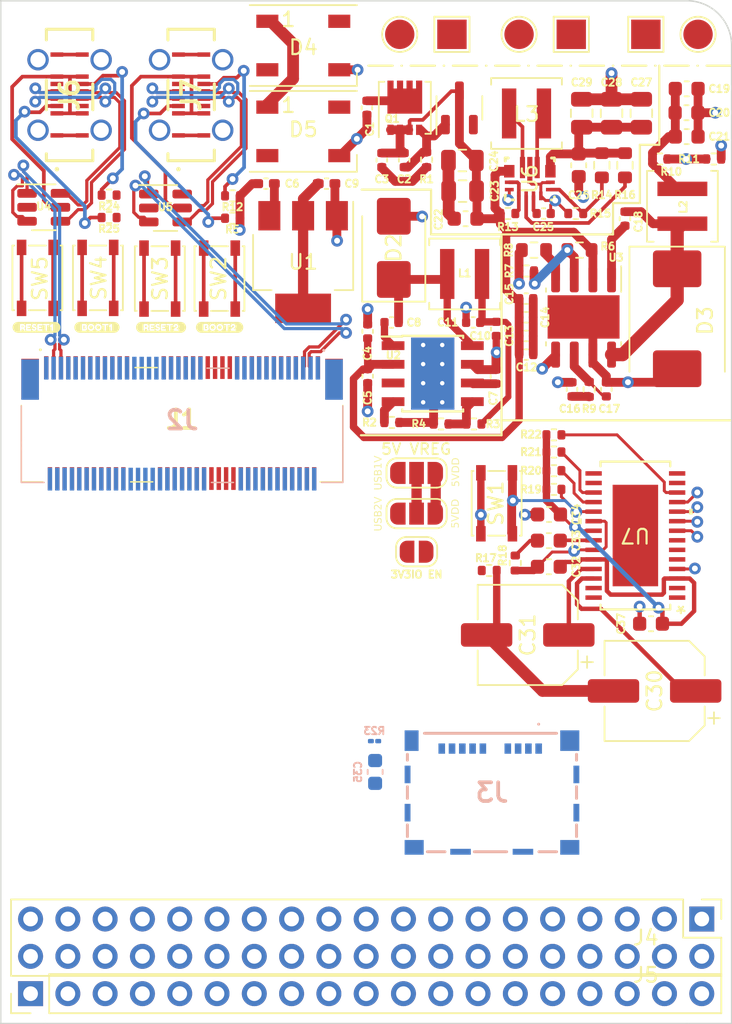
<source format=kicad_pcb>
(kicad_pcb (version 20221018) (generator pcbnew)
  (layers (0 "F.Cu" signal) (1 "In1.Cu" signal) (2 "In2.Cu" signal) (31 "B.Cu" signal) (34 "B.Paste" user) (35 "F.Paste" user) (36 "B.SilkS" user "B.Silkscreen") (37 "F.SilkS" user "F.Silkscreen") (38 "B.Mask" user) (39 "F.Mask" user) (44 "Edge.Cuts" user))
  (net 0 "")
  (net 1 "VCC")
  (net 2 "GND")
  (net 3 "/POWER/15VCC")
  (net 4 "Net-(D1-A)")
  (net 5 "5V_VREG_IN")
  (net 6 "Net-(U2-VCC)")
  (net 7 "Net-(U2-PGND)")
  (net 8 "Net-(D2-K)")
  (net 9 "SOM_FC_3V3")
  (net 10 "SOM_FC_5VDD")
  (net 11 "Net-(C16-Pad1)")
  (net 12 "/POWER/COMP")
  (net 13 "Net-(D3-K)")
  (net 14 "Net-(U3-BOOT)")
  (net 15 "SOM_5V_SERVO")
  (net 16 "/POWER/VAUX")
  (net 17 "SOM_9V_CAMERA")
  (net 18 "Net-(U7-VOUT)")
  (net 19 "Net-(C30-Pad2)")
  (net 20 "Net-(U7-SAG)")
  (net 21 "SOM_IO_3V3")
  (net 22 "/VIDEO/VIN")
  (net 23 "/HEADERS/CON_CAM_VIN")
  (net 25 "SOM1_LED1_DIN")
  (net 27 "SOM2_LED2_DIN")
  (net 28 "SOM1_USB+")
  (net 29 "SOM1_USB-")
  (net 30 "SOM1_SPI0_SCK")
  (net 31 "SOM1_SPI0_MISO")
  (net 32 "SOM1_BOOT")
  (net 33 "SOM1_SPI0_MOSI")
  (net 34 "SOM1_SPI0_CS0")
  (net 35 "SOM1_RESET")
  (net 36 "SOM1_SPI0_CS1")
  (net 37 "/M.2 SOCKET/M2_SWD_SCK")
  (net 38 "SOM1_I2C0_SDA")
  (net 39 "/M.2 SOCKET/M2_SWD_SDIO")
  (net 40 "SOM1_I2C0_SCK")
  (net 41 "SOM1_UART0_RX")
  (net 42 "SOM1_UART0_TX")
  (net 43 "SOM_RC_INPUT")
  (net 44 "SOM_SERVO1")
  (net 45 "/M.2 SOCKET/M2_JTAG_TDI")
  (net 46 "SOM_SERVO2")
  (net 47 "/M.2 SOCKET/M2_JTAG_TDO")
  (net 48 "SOM_SERVO3")
  (net 49 "/M.2 SOCKET/M2_JTAG_TCK")
  (net 50 "SOM_SERVO4")
  (net 51 "/M.2 SOCKET/M2_JTAG_TMS")
  (net 52 "SOM_SERVO5")
  (net 53 "SOM_SERVO6")
  (net 54 "SOM2_UART1_RX")
  (net 55 "SOM_SERVO7")
  (net 56 "SOM2_UART1_TX")
  (net 57 "SOM_SERVO8")
  (net 58 "SOM1_SPI1_CS0")
  (net 59 "SOM2_I2C1_SCK")
  (net 60 "SOM1_SPI1_CS1")
  (net 61 "SOM2_I2C1_SDA")
  (net 62 "SOM1_SPI1_SCK")
  (net 63 "SOM1_SPI1_MISO")
  (net 64 "SOM2_RESET")
  (net 65 "SOM1_SPI1_MOSI")
  (net 66 "SOM2_BOOT")
  (net 67 "SOM2_USB-")
  (net 68 "SOM2_USB+")
  (net 72 "/HEADERS/CON_VTX_VOUT")
  (net 73 "SOM1_USB_VBUS")
  (net 74 "Net-(J6-CC1)")
  (net 75 "ESD_USB0_DP")
  (net 76 "ESD_USB0_DN")
  (net 78 "Net-(J6-CC2)")
  (net 80 "SOM2_USB_VBUS")
  (net 81 "Net-(J7-CC1)")
  (net 82 "ESD_USB1_DP")
  (net 83 "ESD_USB1_DN")
  (net 85 "Net-(J7-CC2)")
  (net 87 "Net-(U6-L1)")
  (net 88 "Net-(U6-L2)")
  (net 89 "Net-(U2-PG)")
  (net 90 "FB")
  (net 91 "Net-(U3-EN)")
  (net 92 "Net-(U3-RT{slash}CLK)")
  (net 93 "Net-(U6-EN)")
  (net 94 "Net-(U6-FB)")
  (net 95 "Net-(U6-PG)")
  (net 96 "/VIDEO/~RESET")
  (net 97 "/VIDEO/~HSYNC")
  (net 98 "/VIDEO/~VSYNC")
  (net 99 "/VIDEO/LOS")
  (net 100 "Net-(JP4-C)")
  (net 101 "Net-(JP6-C)")
  (net 102 "Net-(JP5-C)")
  (net 103 "Net-(JP7-C)")
  (net 107 "Net-(U7-CLKIN)")
  (net 108 "Net-(U7-XFB)")
  (footprint "Capacitor_SMD:C_0805_2012Metric" (layer "F.Cu") (at 134.5692 66.5836 90)
    (fp_text reference "C29")
    (fp_text value "22uF" hide)
  )
  (footprint "Package_TO_SOT_SMD:SOT-23-6" (layer "F.Cu") (at 97.9265 72.9832)
    (fp_text reference "U4")
    (fp_text value "USBLC6-2SC6" hide)
  )
  (footprint "Resistor_SMD:R_0402_1005Metric" (layer "F.Cu") (at 134.1628 73.406 180)
    (fp_text reference "R15")
    (fp_text value "39K" hide)
  )
  (footprint "Capacitor_SMD:CP_Elec_6.3x5.4" (layer "F.Cu") (at 130.8922 102.0826 180)
    (fp_text reference "C31")
    (fp_text value "47uF" hide)
  )
  (footprint "Capacitor_SMD:C_0402_1005Metric" (layer "F.Cu") (at 130.7872 80.4672)
    (fp_text reference "C14")
    (fp_text value "2.2uF" hide)
  )
  (footprint "Capacitor_SMD:C_0603_1608Metric" (layer "F.Cu") (at 132.344 93.8866 180)
    (fp_text reference "C34")
    (fp_text value "0.1uF" hide)
  )
  (footprint "Capacitor_SMD:C_0603_1608Metric" (layer "F.Cu") (at 141.706 66.548)
    (fp_text reference "C20")
    (fp_text value "47uF" hide)
  )
  (footprint "Resistor_SMD:R_0402_1005Metric" (layer "F.Cu") (at 130.045 97.1886 -90)
    (fp_text reference "R18")
    (fp_text value "75R" hide)
  )
  (footprint "Capacitor_SMD:C_0805_2012Metric" (layer "F.Cu") (at 138.6332 66.5836 90)
    (fp_text reference "C27")
    (fp_text value "22uF" hide)
  )
  (footprint "Capacitor_SMD:C_0402_1005Metric" (layer "F.Cu") (at 133.9088 85.372 90)
    (fp_text reference "C16")
    (fp_text value "4700pF" hide)
  )
  (footprint "Button_Switch_SMD:SW_SPST_PTS810" (layer "F.Cu") (at 128.775 93.1246 90)
    (fp_text reference "SW1")
    (fp_text value "OSD_RESET" hide)
  )
  (footprint "Resistor_SMD:R_0402_1005Metric" (layer "F.Cu") (at 102.377 73.6792)
    (fp_text reference "R25")
    (fp_text value "5K1" hide)
  )
  (footprint "Capacitor_SMD:C_0603_1608Metric" (layer "F.Cu") (at 141.719 68.1736)
    (fp_text reference "C21")
    (fp_text value "47uF" hide)
  )
  (footprint "Resistor_SMD:R_0402_1005Metric" (layer "F.Cu") (at 121.638 87.6242)
    (fp_text reference "R2")
    (fp_text value "49.9K" hide)
  )
  (footprint "USB4120:USB412003C" (layer "F.Cu") (at 107.9664 65.3412 90)
    (fp_text reference "J7")
    (fp_text value "USB4120-03-C" hide)
  )
  (footprint "Capacitor_SMD:C_0402_1005Metric" (layer "F.Cu") (at 119.9896 84.4746 -90)
    (fp_text reference "C5")
    (fp_text value "2.2uF" hide)
  )
  (footprint "kibuzzard-656EB3A8" (layer "F.Cu") (at 109.9058 81.153)
    (fp_text reference "kibuzzard-656EB3A8" hide)
    (fp_text value "G***" hide)
  )
  (footprint "Package_TO_SOT_SMD:SOT-23-3" (layer "F.Cu") (at 126.238 66.2207 90)
    (fp_text reference "D1" hide)
    (fp_text value "MMBZ5242B" hide)
  )
  (footprint "Inductor_SMD:L_Coilcraft_XAL4020-XXX" (layer "F.Cu") (at 126.5936 77.5208)
    (fp_text reference "L1")
    (fp_text value "8.2uH" hide)
  )
  (footprint "Capacitor_SMD:C_0402_1005Metric" (layer "F.Cu") (at 119.9896 81.4266 90)
    (fp_text reference "C4")
    (fp_text value "2.2uF" hide)
  )
  (footprint "Capacitor_SMD:C_0402_1005Metric" (layer "F.Cu") (at 130.7872 79.1972)
    (fp_text reference "C15")
    (fp_text value "2.2uF" hide)
  )
  (footprint "Capacitor_SMD:C_0402_1005Metric" (layer "F.Cu") (at 128.7272 84.5084 90)
    (fp_text reference "C7")
    (fp_text value "C_SS" hide)
  )
  (footprint "Resistor_SMD:R_0402_1005Metric" (layer "F.Cu") (at 127.226 87.7258 180)
    (fp_text reference "R3")
    (fp_text value "100K" hide)
  )
  (footprint "Capacitor_SMD:C_0603_1608Metric" (layer "F.Cu") (at 141.719 64.9224)
    (fp_text reference "C19")
    (fp_text value "47uF" hide)
  )
  (footprint "Capacitor_SMD:C_0402_1005Metric_Pad0.74x0.62mm_HandSolder" (layer "F.Cu") (at 113.067 71.374 180)
    (fp_text reference "C6")
    (fp_text value "10uF" hide)
  )
  (footprint "kibuzzard-656EB39C" (layer "F.Cu") (at 105.918 81.153)
    (fp_text reference "kibuzzard-656EB39C" hide)
    (fp_text value "G***" hide)
  )
  (footprint "Package_TO_SOT_SMD:SOT-23-6" (layer "F.Cu") (at 106.2179 73.0312)
    (fp_text reference "U5")
    (fp_text value "USBLC6-2SC6" hide)
  )
  (footprint "Capacitor_SMD:CP_Elec_6.3x5.4" (layer "F.Cu") (at 139.5342 105.8926 180)
    (fp_text reference "C30")
    (fp_text value "220uF" hide)
  )
  (footprint "Resistor_SMD:R_0603_1608Metric" (layer "F.Cu") (at 134.4168 75.8952 180)
    (fp_text reference "R6")
    (fp_text value "442K" hide)
  )
  (footprint "2199119-4:21991194" (layer "F.Cu") (at 107.348 87.778)
    (fp_text reference "J1")
    (fp_text value "2199119-4" hide)
  )
  (footprint "Button_Switch_SMD:SW_SPST_PTS810" (layer "F.Cu") (at 101.615 77.7862 90)
    (fp_text reference "SW4")
    (fp_text value "SW_BOOT1" hide)
  )
  (footprint "Capacitor_SMD:C_0402_1005Metric" (layer "F.Cu") (at 120.9548 69.7712 -90)
    (fp_text reference "C3")
    (fp_text value "10uF" hide)
  )
  (footprint "Capacitor_SMD:C_0603_1608Metric" (layer "F.Cu") (at 132.331 95.6646 180)
    (fp_text reference "C33")
    (fp_text value "0.1uF" hide)
  )
  (footprint "Capacitor_SMD:C_0603_1608Metric" (layer "F.Cu") (at 132.331 97.4426)
    (fp_text reference "C32")
    (fp_text value "0.1uF" hide)
  )
  (footprint "Capacitor_SMD:C_0402_1005Metric" (layer "F.Cu") (at 122.4788 69.7712 -90)
    (fp_text reference "C2")
    (fp_text value "100nF" hide)
  )
  (footprint "AT7456E:21-0108G_U28E-5_MXM-L" (layer "F.Cu") (at 138.2246 95.3176 180)
    (fp_text reference "U7")
    (fp_text value "AT7456E")
  )
  (footprint "Button_Switch_SMD:SW_SPST_PTS810" (layer "F.Cu") (at 105.8314 77.8342 90)
    (fp_text reference "SW3")
    (fp_text value "SW_RESET2" hide)
  )
  (footprint "Capacitor_SMD:C_0402_1005Metric" (layer "F.Cu") (at 130.7872 83.0072)
    (fp_text reference "C12")
    (fp_text value "2.2uF" hide)
  )
  (footprint "Resistor_SMD:R_0402_1005Metric" (layer "F.Cu") (at 130.81 77.3176 180)
    (fp_text reference "R7")
    (fp_text value "90.9K" hide)
  )
  (footprint "TestPoint:TestPoint_Pad_2.0x2.0mm" (layer "F.Cu") (at 138.938 61.214 90)
    (fp_text reference "P3" hide)
    (fp_text value "ESC1_VCC" hide)
  )
  (footprint "LED_SMD:LED_WS2812B_PLCC4_5.0x5.0mm_P3.2mm" (layer "F.Cu") (at 115.607 61.976)
    (fp_text reference "D4")
    (fp_text value "WS2812B" hide)
  )
  (footprint "TestPoint:TestPoint_Pad_D2.0mm" (layer "F.Cu") (at 142.494 61.214 90)
    (fp_text reference "P4" hide)
    (fp_text value "ESC1_GND" hide)
  )
  (footprint "Inductor_SMD:L_Coilcraft_XAL4020-XXX" (layer "F.Cu") (at 141.4272 72.9146 90)
    (fp_text reference "L2")
    (fp_text value "7.2uH" hide)
  )
  (footprint "Resistor_SMD:R_0402_1005Metric" (layer "F.Cu") (at 132.6762 88.4682)
    (fp_text reference "R22")
    (fp_text value "1K" hide)
  )
  (footprint "Resistor_SMD:R_0603_1608Metric" (layer "F.Cu") (at 131.318 75.8952 180)
    (fp_text reference "R8")
    (fp_text value "243K" hide)
  )
  (footprint "Resistor_SMD:R_0402_1005Metric" (layer "F.Cu") (at 124.0028 69.7412 -90)
    (fp_text reference "R1")
    (fp_text value "12K" hide)
  )
  (footprint "Capacitor_SMD:C_0603_1608Metric" (layer "F.Cu") (at 134.366 70.1244 -90)
    (fp_text reference "C26")
    (fp_text value "10uF" hide)
  )
  (footprint "Capacitor_SMD:C_0402_1005Metric" (layer "F.Cu") (at 137.5156 73.7616 -90)
    (fp_text reference "C18")
    (fp_text value "0.1uF" hide)
  )
  (footprint "Package_SO:Texas_R-PDSO-G8_EP2.95x4.9mm_Mask2.4x3.1mm" (layer "F.Cu") (at 134.6962 80.4447 -90)
    (fp_text reference "U3")
    (fp_text value "TPS54560DDAR" hide)
  )
  (footprint "TestPoint:TestPoint_Pad_2.0x2.0mm" (layer "F.Cu") (at 125.73 61.214)
    (fp_text reference "P5" hide)
    (fp_text value "ESC2_VCC" hide)
  )
  (footprint "LED_SMD:LED_WS2812B_PLCC4_5.0x5.0mm_P3.2mm" (layer "F.Cu") (at 115.607 67.818)
    (fp_text reference "D5")
    (fp_text value "WS2812B" hide)
  )
  (footprint "USB4120:USB412003C" (layer "F.Cu") (at 99.686 65.3412 90)
    (fp_text reference "J6")
    (fp_text value "USB4120-03-C" hide)
  )
  (footprint "Resistor_SMD:R_0402_1005Metric" (layer "F.Cu") (at 110.7844 72.2032)
    (fp_text reference "R12")
    (fp_text value "5K1" hide)
  )
  (footprint "Diode_SMD:D_SMC" (layer "F.Cu") (at 141.0716 80.5688 -90)
    (fp_text reference "D3")
    (fp_text value "B560C" hide)
  )
  (footprint "Jumper:SolderJumper-3_P1.3mm_Open_RoundedPad1.0x1.5mm_NumberLabels" (layer "F.Cu") (at 123.3216 93.8276)
    (fp_text reference "5V VREG" hide)
    (fp_text value "USB1" hide)
  )
  (footprint "Resistor_SMD:R_0402_1005Metric" (layer "F.Cu") (at 132.6782 90.9066)
    (fp_text reference "R20")
    (fp_text value "1K" hide)
  )
  (footprint "Jumper:SolderJumper-2_P1.3mm_Open_RoundedPad1.0x1.5mm" (layer "F.Cu") (at 123.3216 96.4184 180)
    (fp_text reference "3V3IO EN")
    (fp_text value "IO_EN" hide)
  )
  (footprint "Diode_SMD:D_SMB" (layer "F.Cu") (at 121.7676 75.7428 90)
    (fp_text reference "D2")
    (fp_text value "B340AG" hide)
  )
  (footprint "Resistor_SMD:R_0402_1005Metric" (layer "F.Cu") (at 135.0772 85.372 -90)
    (fp_text reference "R9")
    (fp_text value "16.9K" hide)
  )
  (footprint "Resistor_SMD:R_0402_1005Metric" (layer "F.Cu") (at 110.7844 73.7272)
    (fp_text reference "R5")
    (fp_text value "5K1" hide)
  )
  (footprint "Capacitor_SMD:C_0402_1005Metric" (layer "F.Cu") (at 136.2456 85.372 90)
    (fp_text reference "C17")
    (fp_text value "47pF" hide)
  )
  (footprint "Capacitor_SMD:C_0402_1005Metric" (layer "F.Cu") (at 130.7872 81.7372)
    (fp_text reference "C13")
    (fp_text value "2.2uF" hide)
  )
  (footprint "Jumper:SolderJumper-3_P1.3mm_Open_RoundedPad1.0x1.5mm_NumberLabels" (layer "F.Cu") (at 123.3216 91.059)
    (fp_text reference "5V VREG")
    (fp_text value "USB0" hide)
  )
  (footprint "TestPoint:TestPoint_Pad_D2.0mm" (layer "F.Cu") (at 130.302 61.214)
    (fp_text reference "P2" hide)
    (fp_text value "LIPO_GND" hide)
  )
  (footprint "Capacitor_SMD:C_0603_1608Metric" (layer "F.Cu") (at 139.2922 101.3206 180)
    (fp_text reference "C37")
    (fp_text value "0.1uF" hide)
  )
  (footprint "Inductor_SMD:L_Coilcraft_XAL4020-XXX" (layer "F.Cu") (at 130.81 66.5988)
    (fp_text reference "L3")
    (fp_text value "1.5uH" hide)
  )
  (footprint "Package_TO_SOT_SMD:SOT-223-3_TabPin2" (layer "F.Cu") (at 115.593 76.708 -90)
    (fp_text reference "U1")
    (fp_text value "LD1117S33TR_SOT223" hide)
  )
  (footprint "kibuzzard-656EB36F" (layer "F.Cu") (at 101.5492 81.153)
    (fp_text reference "kibuzzard-656EB36F" hide)
    (fp_text value "G***" hide)
  )
  (footprint "Capacitor_SMD:C_0402_1005Metric" (layer "F.Cu") (at 128.75 81.2572 90)
    (fp_text reference "C10")
    (fp_text value "47uF" hide)
  )
  (footprint "Resistor_SMD:R_0402_1005Metric" (layer "F.Cu") (at 129.54 73.406)
    (fp_text reference "R13")
    (fp_text value "10K" hide)
  )
  (footprint "Resistor_SMD:R_0402_1005Metric" (layer "F.Cu") (at 132.6782 89.6366)
    (fp_text reference "R21")
    (fp_text value "1K" hide)
  )
  (footprint "Capacitor_SMD:C_0805_2012Metric" (layer "F.Cu") (at 126.4412 69.7992 180)
    (fp_text reference "C24")
    (fp_text value "10uF" hide)
  )
  (footprint "kibuzzard-656EB35F" (layer "F.Cu") (at 97.4344 81.153)
    (fp_text reference "kibuzzard-656EB35F" hide)
    (fp_text value "G***" hide)
  )
  (footprint "Resistor_SMD:R_0402_1005Metric" (layer "F.Cu") (at 124.9908 87.7258 180)
    (fp_text reference "R4")
    (fp_text value "17.8K" hide)
  )
  (footprint "Capacitor_SMD:C_0805_2012Metric" (layer "F.Cu") (at 126.4564 71.882 180)
    (fp_text reference "C23")
    (fp_text value "10uF" hide)
  )
  (footprint "Resistor_SMD:R_0603_1608Metric" (layer "F.Cu") (at 135.9408 70.1244 -90)
    (fp_text reference "R14")
    (fp_text value "402K" hide)
  )
  (footprint "Capacitor_SMD:C_0402_1005Metric_Pad0.74x0.62mm_HandSolder" (layer "F.Cu") (at 117.1905 71.374)
    (fp_text reference "C9")
    (fp_text value "10uF" hide)
  )
  (footprint "Resistor_SMD:R_0402_1005Metric" (layer "F.Cu") (at 139.9012 69.6976)
    (fp_text reference "R10")
    (fp_text value "53.6K" hide)
  )
  (footprint "Button_Switch_SMD:SW_SPST_PTS810" (layer "F.Cu") (at 109.8954 77.8342 90)
    (fp_text reference "SW2")
    (fp_text value "SW_BOOT2" hide)
  )
  (footprint "TPS63070RNMR:RNM0015A" (layer "F.Cu") (at 131.0356 71.0554 90)
    (fp_text reference "U6")
    (fp_text value "TPS63070RNMR" hide)
  )
  (footprint "Capacitor_SMD:C_0402_1005Metric" (layer "F.Cu") (at 119.9388 66.2152 -90)
    (fp_text reference "C1")
    (fp_text value "100nF" hide)
  )
  (footprint "Package_SO:Texas_HSOP-8-1EP_3.9x4.9mm_P1.27mm_ThermalVias" (layer "F.Cu") (at 124.4196 84.3026)
    (fp_text reference "U2")
    (fp_text value "LMR16030SDDAR" hide)
  )
  (footprint "Resistor_SMD:R_0402_1005Metric" (layer "F.Cu") (at 102.377 72.1552)
    (fp_text reference "R24")
    (fp_text value "5K1" hide)
  )
  (footprint "Resistor_SMD:R_0402_1005Metric" (layer "F.Cu") (at 128.269 97.6966 180)
    (fp_text reference "R17")
    (fp_text value "75R" hide)
  )
  (footprint "TestPoint:TestPoint_Pad_2.0x2.0mm" (layer "F.Cu") (at 133.858 61.214)
    (fp_text reference "P1" hide)
    (fp_text value "LIPO_VCC" hide)
  )
  (footprint "Button_Switch_SMD:SW_SPST_PTS810" (layer "F.Cu") (at 97.492 77.7862 90)
    (fp_text reference "SW5")
    (fp_text value "SW_RESET1" hide)
  )
  (footprint "Capacitor_SMD:C_0402_1005Metric" (layer "F.Cu") (at 131.9784 73.406)
    (fp_text reference "C25")
    (fp_text value "100nF" hide)
  )
  (footprint "Connector_PinHeader_2.54mm:PinHeader_2x19_P2.54mm_Vertical" (layer "F.Cu") (at 142.748 121.412 -90)
    (fp_text reference "J4")
    (fp_text value "HEADER1" hide)
  )
  (footprint "Connector_PinHeader_2.54mm:PinHeader_1x19_P2.54mm_Vertical" (layer "F.Cu") (at 97.028 126.492 90)
    (fp_text reference "J5")
    (fp_text value "HEADER2" hide)
  )
  (footprint "Capacitor_SMD:C_0805_2012Metric" (layer "F.Cu") (at 136.6012 66.5836 90)
    (fp_text reference "C28")
    (fp_text value "22uF" hide)
  )
  (footprint "Capacitor_SMD:C_0402_1005Metric" (layer "F.Cu") (at 127.1752 80.817)
    (fp_text reference "C11")
    (fp_text value "47uF" hide)
  )
  (footprint "Resistor_SMD:R_0402_1005Metric" (layer "F.Cu") (at 143.5608 69.6976)
    (fp_text reference "R11")
    (fp_text value "10.2K" hide)
  )
  (footprint "Capacitor_SMD:C_0402_1005Metric" (layer "F.Cu") (at 121.6152 80.8228)
    (fp_text reference "C8")
    (fp_text value "100nF" hide)
  )
  (footprint "TestPoint:TestPoint_Pad_D2.0mm" (layer "F.Cu") (at 122.174 61.214)
    (fp_text reference "P6" hide)
    (fp_text value "ESC2_GND" hide)
  )
  (footprint "Resistor_SMD:R_0603_1608Metric" (layer "F.Cu") (at 137.5156 70.1244 -90)
    (fp_text reference "R16")
    (fp_text value "100K" hide)
  )
  (footprint "Package_SON:Diodes_PowerDI3333-8" (layer "F.Cu") (at 122.5198 66.2112 90)
    (fp_text reference "Q1")
    (fp_text value "DMP3013SFV" hide)
  )
  (footprint "Capacitor_SMD:C_0603_1608Metric" (layer "F.Cu") (at 126.6596 73.7616 180)
    (fp_text reference "C22")
    (fp_text value "10uF" hide)
  )
  (footprint "Resistor_SMD:R_0402_1005Metric" (layer "F.Cu") (at 132.6762 92.1766 180)
    (fp_text reference "R19")
    (fp_text value "10K" hide)
  )
  (footprint "2199119-4:21991194" (layer "B.Cu") (at 107.348 87.8178 180)
    (fp_text reference "J2")
    (fp_text value "2199119-4" hide)
  )
  (footprint "MEM2085:MEM20850011500A" (layer "B.Cu") (at 128.4564 112.8052)
    (fp_text reference "J3")
    (fp_text value "MEM2085-00-115-00-A" hide)
  )
  (footprint "Resistor_SMD:R_01005_0402Metric" (layer "B.Cu") (at 120.4584 109.3072 180)
    (fp_text reference "R23")
    (fp_text value "1K" hide)
  )
  (footprint "Capacitor_SMD:C_0603_1608Metric" (layer "B.Cu") (at 120.4976 111.4044 90)
    (fp_text reference "C35")
    (fp_text value "0.1uF" hide)
  )
  (gr_line (start 129.11 87.4776) (end 129.11 88.4936) (stroke (width 0.15)) (layer "F.SilkS"))
  (gr_line (start 139.8524 68.7324) (end 138.5316 68.7324) (stroke (width 0.15)) (layer "F.SilkS"))
  (gr_line (start 129.11 87.4776) (end 129.11 74.93) (stroke (width 0.15)) (layer "F.SilkS"))
  (gr_line (start 139.8524 63.3476) (end 139.8524 68.7324) (stroke (width 0.15)) (layer "F.SilkS"))
  (gr_line (start 124.3076 71.7804) (end 119.5832 71.7804) (stroke (width 0.15)) (layer "F.SilkS"))
  (gr_line (start 138.5316 68.7324) (end 138.5316 72.6948) (stroke (width 0.15)) (layer "F.SilkS"))
  (gr_line (start 136.7028 72.6948) (end 136.7028 74.8284) (stroke (width 0.15)) (layer "F.SilkS"))
  (gr_line (start 129.11 87.4776) (end 144.7564 87.4776) (stroke (width 0.15)) (layer "F.SilkS"))
  (gr_line (start 119.5324 88.4936) (end 129.11 88.4936) (stroke (width 0.15)) (layer "F.SilkS"))
  (gr_line (start 136.7028 74.8284) (end 124.3076 74.8284) (stroke (width 0.15)) (layer "F.SilkS"))
  (gr_line (start 124.3076 71.7804) (end 124.3076 74.8284) (stroke (width 0.15)) (layer "F.SilkS"))
  (gr_line (start 144.7292 63.3476) (end 119.8372 63.3476) (stroke (width 0.15) (type dash_dot)) (layer "F.SilkS"))
  (gr_line (start 138.5316 72.6948) (end 136.7028 72.6948) (stroke (width 0.15)) (layer "F.SilkS"))
  (gr_line (start 141.732 128.524) (end 144.78 128.524) (stroke (width 0.1)) (layer "Edge.Cuts"))
  (gr_line (start 144.78 125.476) (end 144.78 61.976) (stroke (width 0.1)) (layer "Edge.Cuts"))
  (gr_line (start 144.78 128.524) (end 144.78 125.476) (stroke (width 0.1)) (layer "Edge.Cuts"))
  (gr_line (start 94.996 58.928) (end 94.996 61.976) (stroke (width 0.1)) (layer "Edge.Cuts"))
  (gr_line (start 94.996 128.524) (end 98.044 128.524) (stroke (width 0.1)) (layer "Edge.Cuts"))
  (gr_line (start 94.996 61.976) (end 94.996 125.476) (stroke (width 0.1)) (layer "Edge.Cuts"))
  (gr_line (start 94.996 125.476) (end 94.996 128.524) (stroke (width 0.1)) (layer "Edge.Cuts"))
  (gr_line (start 98.044 58.928) (end 94.996 58.928) (stroke (width 0.1)) (layer "Edge.Cuts"))
  (gr_line (start 98.044 128.524) (end 141.732 128.524) (stroke (width 0.1)) (layer "Edge.Cuts"))
  (gr_arc (start 141.732 58.928) (mid 143.887261 59.820739) (end 144.78 61.976) (stroke (width 0.1)) (layer "Edge.Cuts"))
  (gr_line (start 141.732 58.928) (end 98.044 58.928) (stroke (width 0.1)) (layer "Edge.Cuts"))
  (segment (start 122.4988 65.7352) (end 122.5198 65.7562) (width 0.6) (layer "F.Cu") (net 1))
  (segment (start 119.9388 65.7352) (end 122.4988 65.7352) (width 0.6) (layer "F.Cu") (net 1))
  (segment (start 138.6332 65.6336) (end 136.6012 65.6336) (width 0.8) (layer "F.Cu") (net 2))
  (segment (start 135.3312 83.0072) (end 135.3312 81.0797) (width 0.6) (layer "F.Cu") (net 2))
  (segment (start 136.234599 96.085801) (end 136.027801 96.292599) (width 0.2) (layer "F.Cu") (net 2))
  (segment (start 131.165603 71.410403) (end 131.785598 71.410403) (width 0.2) (layer "F.Cu") (net 2))
  (segment (start 131.785598 71.410403) (end 131.785598 72.2054) (width 0.2) (layer "F.Cu") (net 2))
  (segment (start 132.4584 72.8244) (end 132.762501 72.520299) (width 0.2) (layer "F.Cu") (net 2))
  (segment (start 131.890601 71.3054) (end 131.785598 71.410403) (width 0.2) (layer "F.Cu") (net 2))
  (segment (start 131.0356 71.2804) (end 131.165603 71.410403) (width 0.2) (layer "F.Cu") (net 2))
  (segment (start 133.6528 73.406) (end 133.648202 73.406) (width 0.2) (layer "F.Cu") (net 2))
  (segment (start 132.4356 71.280401) (end 132.410601 71.3054) (width 0.2) (layer "F.Cu") (net 2))
  (segment (start 132.559 96.4396) (end 131.556 97.4426) (width 0.2) (layer "F.Cu") (net 2))
  (segment (start 111.2944 73.7272) (end 111.2944 74.5066) (width 0.6) (layer "F.Cu") (net 2))
  (segment (start 128.7272 82.9056) (end 128.778 82.8548) (width 0.6) (layer "F.Cu") (net 2))
  (segment (start 123.6816 73.5928) (end 123.698 73.6092) (width 0.6) (layer "F.Cu") (net 2))
  (segment (start 136.234599 94.442601) (end 136.234599 96.085801) (width 0.2) (layer "F.Cu") (net 2))
  (segment (start 112.1236 71.374) (end 111.2944 72.2032) (width 0.6) (layer "F.Cu") (net 2))
  (segment (start 135.3312 81.0797) (end 134.6962 80.4447) (width 0.6) (layer "F.Cu") (net 2))
  (segment (start 130.3 77.3176) (end 130.3 78.1792) (width 0.6) (layer "F.Cu") (net 2))
  (segment (start 126.6952 80.817) (end 126.6952 79.8068) (width 0.5) (layer "F.Cu") (net 2))
  (segment (start 137.7136 84.892) (end 137.7188 84.8868) (width 0.6) (layer "F.Cu") (net 2))
  (segment (start 127.7 91.0496) (end 127.7 93.9038) (width 0.5) (layer "F.Cu") (net 2))
  (segment (start 121.8692 71.2216) (end 123.0324 71.2216) (width 0.6) (layer "F.Cu") (net 2))
  (segment (start 119.9896 84.9546) (end 119.9896 86.868) (width 0.6) (layer "F.Cu") (net 2))
  (segment (start 127.7 93.9038) (end 127.7 95.1996) (width 0.5) (layer "F.Cu") (net 2))
  (segment (start 118.057 69.468) (end 118.111 69.468) (width 0.6) (layer "F.Cu") (net 2))
  (segment (start 135.379 96.292599) (end 134.126675 96.292599) (width 0.2) (layer "F.Cu") (net 2))
  (segment (start 127.4804 84.0284) (end 127.1196 83.6676) (width 0.6) (layer "F.Cu") (net 2))
  (segment (start 129.6356 71.7804) (end 129.6356 72.417099) (width 0.2) (layer "F.Cu") (net 2))
  (segment (start 136.134599 94.342601) (end 136.234599 94.442601) (width 0.2) (layer "F.Cu") (net 2))
  (segment (start 132.410601 71.3054) (end 131.890601 71.3054) (width 0.2) (layer "F.Cu") (net 2))
  (segment (start 136.6012 65.6336) (end 136.6012 63.8556) (width 0.8) (layer "F.Cu") (net 2))
  (segment (start 131.0356 70.455401) (end 131.0356 71.2804) (width 0.2) (layer "F.Cu") (net 2))
  (segment (start 134.052173 96.367101) (end 133.979674 96.4396) (width 0.2) (layer "F.Cu") (net 2))
  (segment (start 111.2944 73.7272) (end 111.2944 72.2032) (width 0.6) (layer "F.Cu") (net 2))
  (segment (start 144.0708 69.6976) (end 144.0708 68.7852) (width 0.6) (layer "F.Cu") (net 2))
  (segment (start 119.9388 66.6952) (end 119.9388 67.6402) (width 0.6) (layer "F.Cu") (net 2))
  (segment (start 131.2672 81.7372) (end 131.2672 83.0072) (width 0.6) (layer "F.Cu") (net 2))
  (segment (start 111.2944 74.5066) (end 111.2774 74.5236) (width 0.6) (layer "F.Cu") (net 2))
  (segment (start 120.9548 70.2512) (end 120.9548 70.3072) (width 0.6) (layer "F.Cu") (net 2))
  (segment (start 130.045 97.6986) (end 131.3 97.6986) (width 0.5) (layer "F.Cu") (net 2))
  (segment (start 98.821 62.5912) (end 100.551 62.5912) (width 0.25) (layer "F.Cu") (net 2))
  (segment (start 124.4808 84.3638) (end 124.4196 84.3026) (width 0.6) (layer "F.Cu") (net 2))
  (segment (start 117.893 75.2464) (end 117.9068 75.2602) (width 0.6) (layer "F.Cu") (net 2))
  (segment (start 118.111 69.468) (end 119.253 68.326) (width 0.6) (layer "F.Cu") (net 2))
  (segment (start 140.1536 84.8868) (end 141.0716 83.9688) (width 0.6) (layer "F.Cu") (net 2))
  (segment (start 136.6012 65.6336) (end 134.5692 65.6336) (width 0.8) (layer "F.Cu") (net 2))
  (segment (start 133.979674 96.4396) (end 132.559 96.4396) (width 0.2) (layer "F.Cu") (net 2))
  (segment (start 119.9896 80.9466) (end 119.9896 79.9084) (width 0.6) (layer "F.Cu") (net 2))
  (segment (start 124.3792 87.6242) (end 124.4808 87.7258) (width 0.6) (layer "F.Cu") (net 2))
  (segment (start 132.4584 73.406) (end 132.4584 72.8244) (width 0.2) (layer "F.Cu") (net 2))
  (segment (start 130.3 76.0882) (end 130.493 75.8952) (width 0.6) (layer "F.Cu") (net 2))
  (segment (start 137.7188 84.8868) (end 140.1536 84.8868) (width 0.6) (layer "F.Cu") (net 2))
  (segment (start 125.4912 71.8668) (end 125.5064 71.882) (width 0.8) (layer "F.Cu") (net 2))
  (segment (start 98.821 68.0912) (end 100.551 68.0912) (width 0.25) (layer "F.Cu") (net 2))
  (segment (start 132.100497 72.520299) (end 131.785598 72.2054) (width 0.2) (layer "F.Cu") (net 2))
  (segment (start 130.3 78.1792) (end 130.302 78.1812) (width 0.6) (layer "F.Cu") (net 2))
  (segment (start 136.2456 84.892) (end 136.2456 84.462494) (width 0.6) (layer "F.Cu") (net 2))
  (segment (start 117.893 73.558) (end 117.893 75.2464) (width 0.6) (layer "F.Cu") (net 2))
  (segment (start 142.494 66.535) (end 142.481 66.548) (width 0.6) (layer "F.Cu") (net 2))
  (segment (start 107.1014 68.0912) (end 108.8314 68.0912) (width 0.25) (layer "F.Cu") (net 2))
  (segment (start 135.3312 83.548094) (end 135.3312 83.0072) (width 0.6) (layer "F.Cu") (net 2))
  (segment (start 131.569 93.8866) (end 130.7167 93.8866) (width 0.5) (layer "F.Cu") (net 2))
  (segment (start 142.494 68.1736) (end 142.494 66.561) (width 0.6) (layer "F.Cu") (net 2))
  (segment (start 132.762501 72.520299) (end 132.100497 72.520299) (width 0.2) (layer "F.Cu") (net 2))
  (segment (start 118.057 63.626) (end 119.3028 63.626) (width 0.6) (layer "F.Cu") (net 2))
  (segment (start 134.366 70.8994) (end 134.366 71.9836) (width 0.6) (layer "F.Cu") (net 2))
  (segment (start 125.4912 69.7992) (end 125.4912 71.8668) (width 0.8) (layer "F.Cu") (net 2))
  (segment (start 132.9488 84.892) (end 132.9436 84.8868) (width 0.6) (layer "F.Cu") (net 2))
  (segment (start 125.5064 73.3834) (end 125.8846 73.7616) (width 0.8) (layer "F.Cu") (net 2))
  (segment (start 124.4808 87.7258) (end 124.4808 84.3638) (width 0.6) (layer "F.Cu") (net 2))
  (segment (start 120.9548 70.3072) (end 121.8692 71.2216) (width 0.6) (layer "F.Cu") (net 2))
  (segment (start 131.2672 79.1972) (end 131.2672 80.4672) (width 0.6) (layer "F.Cu") (net 2))
  (segment (start 129.6356 72.417099) (end 129.561099 72.4916) (width 0.2) (layer "F.Cu") (net 2))
  (segment (start 136.027801 96.292599) (end 135.379 96.292599) (width 0.2) (layer "F.Cu") (net 2))
  (segment (start 107.1014 62.5912) (end 108.8314 62.5912) (width 0.25) (layer "F.Cu") (net 2))
  (segment (start 128.7272 84.0284) (end 127.4804 84.0284) (width 0.6) (layer "F.Cu") (net 2))
  (segment (start 142.246201 97.592599) (end 142.2774 97.5614) (width 0.2) (layer "F.Cu") (net 2))
  (segment (start 128.7272 84.0284) (end 128.7272 82.9056) (width 0.6) (layer "F.Cu") (net 2))
  (segment (start 112.4995 71.374) (end 112.1236 71.374) (width 0.6) (layer "F.Cu") (net 2))
  (segment (start 117.758 73.423) (end 117.893 73.558) (width 0.6) (layer "F.Cu") (net 2))
  (segment (start 128.75 81.7372) (end 128.75 82.8268) (width 0.5) (layer "F.Cu") (net 2))
  (segment (start 117.758 71.374) (end 117.758 73.423) (width 0.6) (layer "F.Cu") (net 2))
  (segment (start 135.379 94.342601) (end 136.134599 94.342601) (width 0.2) (layer "F.Cu") (net 2))
  (segment (start 123.0324 71.2216) (end 124.0028 70.2512) (width 0.6) (layer "F.Cu") (net 2))
  (segment (start 134.126675 96.292599) (end 134.052173 96.367101) (width 0.2) (layer "F.Cu") (net 2))
  (segment (start 119.3028 63.626) (end 119.3038 63.627) (width 0.6) (layer "F.Cu") (net 2))
  (segment (start 141.0702 97.592599) (end 142.246201 97.592599) (width 0.2) (layer "F.Cu") (net 2))
  (segment (start 122.148 87.6242) (end 124.3792 87.6242) (width 0.6) (layer "F.Cu") (net 2))
  (segment (start 142.494 64.9224) (end 142.494 66.535) (width 0.6) (layer "F.Cu") (net 2))
  (segment (start 131.3 97.6986) (end 131.556 97.4426) (width 0.5) (layer "F.Cu") (net 2))
  (segment (start 138.5172 101.3206) (end 138.5172 100.1532) (width 0.3) (layer "F.Cu") (net 2))
  (segment (start 133.9088 84.892) (end 132.9488 84.892) (width 0.6) (layer "F.Cu") (net 2))
  (segment (start 133.648202 73.406) (end 132.762501 72.520299) (width 0.2) (layer "F.Cu") (net 2))
  (segment (start 134.366 71.9836) (end 134.6708 72.2884) (width 0.6) (layer "F.Cu") (net 2))
  (segment (start 142.494 66.561) (end 142.481 66.548) (width 0.6) (layer "F.Cu") (net 2))
  (segment (start 125.5064 71.882) (end 125.5064 73.3834) (width 0.8) (layer "F.Cu") (net 2))
  (segment (start 136.2456 84.892) (end 137.7136 84.892) (width 0.6) (layer "F.Cu") (net 2))
  (segment (start 138.5172 100.1532) (end 138.5182 100.1522) (width 0.3) (layer "F.Cu") (net 2))
  (segment (start 128.75 82.8268) (end 128.778 82.8548) (width 0.5) (layer "F.Cu") (net 2))
  (segment (start 131.2672 80.4672) (end 131.2672 81.7372) (width 0.6) (layer "F.Cu") (net 2))
  (segment (start 136.2456 84.462494) (end 135.3312 83.548094) (width 0.6) (layer "F.Cu") (net 2))
  (segment (start 119.9388 67.6402) (end 119.253 68.326) (width 0.6) (layer "F.Cu") (net 2))
  (segment (start 144.0708 68.7852) (end 144.0688 68.7832) (width 0.6) (layer "F.Cu") (net 2))
  (segment (start 130.7167 93.8866) (end 130.6995 93.9038) (width 0.5) (layer "F.Cu") (net 2))
  (segment (start 130.3 77.3176) (end 130.3 76.0882) (width 0.6) (layer "F.Cu") (net 2))
  (segment (start 121.7676 73.5928) (end 123.6816 73.5928) (width 0.6) (layer "F.Cu") (net 2))
  (segment (start 142.481 66.548) (end 143.6624 66.548) (width 0.6) (layer "F.Cu") (net 2))
  (via (at 132.762501 72.520299) (size 0.8) (drill 0.4) (layers "F.Cu" "B.Cu") (net 2))
  (via (at 130.302 78.1812) (size 0.8) (drill 0.4) (layers "F.Cu" "B.Cu") (net 2))
  (via (at 137.7188 84.8868) (size 0.8) (drill 0.4) (layers "F.Cu" "B.Cu") (net 2))
  (via (at 138.5182 100.1522) (size 0.8) (drill 0.4) (layers "F.Cu" "B.Cu") (net 2))
  (via (at 123.698 73.6092) (size 0.8) (drill 0.4) (layers "F.Cu" "B.Cu") (net 2))
  (via (at 132.9436 84.8868) (size 0.8) (drill 0.4) (layers "F.Cu" "B.Cu") (net 2))
  (via (at 143.6624 66.548) (size 0.8) (drill 0.4) (layers "F.Cu" "B.Cu") (net 2))
  (via (at 119.3038 63.627) (size 0.8) (drill 0.4) (layers "F.Cu" "B.Cu") (net 2))
  (via (at 134.6708 72.2884) (size 0.8) (drill 0.4) (layers "F.Cu" "B.Cu") (net 2))
  (via (at 119.9896 79.9084) (size 0.8) (drill 0.4) (layers "F.Cu" "B.Cu") (net 2))
  (via (at 144.0688 68.7832) (size 0.8) (drill 0.4) (layers "F.Cu" "B.Cu") (net 2))
  (via (at 111.2774 74.5236) (size 0.8) (drill 0.4) (layers "F.Cu" "B.Cu") (net 2))
  (via (at 128.778 82.8548) (size 0.8) (drill 0.4) (layers "F.Cu" "B.Cu") (net 2))
  (via (at 129.561099 72.4916) (size 0.8) (drill 0.4) (layers "F.Cu" "B.Cu") (net 2))
  (via (at 136.6012 63.8556) (size 0.8) (drill 0.4) (layers "F.Cu" "B.Cu") (net 2))
  (via (at 126.6952 79.8068) (size 0.8) (drill 0.4) (layers "F.Cu" "B.Cu") (net 2))
  (via (at 142.2774 97.5614) (size 0.8) (drill 0.4) (layers "F.Cu" "B.Cu") (net 2))
  (via (at 119.253 68.326) (size 0.8) (drill 0.4) (layers "F.Cu" "B.Cu") (net 2))
  (via (at 134.052173 96.367101) (size 0.8) (drill 0.4) (layers "F.Cu" "B.Cu") (net 2))
  (via (at 119.9896 86.868) (size 0.8) (drill 0.4) (layers "F.Cu" "B.Cu") (net 2))
  (via (at 117.9068 75.2602) (size 0.8) (drill 0.4) (layers "F.Cu" "B.Cu") (net 2))
  (via (at 127.7 93.9038) (size 0.8) (drill 0.4) (layers "F.Cu" "B.Cu") (net 2))
  (via (at 130.6995 93.9038) (size 0.8) (drill 0.4) (layers "F.Cu" "B.Cu") (net 2))
  (segment (start 135.2418 75.8952) (end 134.0226 74.676) (width 0.6) (layer "F.Cu") (net 3))
  (segment (start 127.3912 71.8668) (end 127.4064 71.882) (width 0.6) (layer "F.Cu") (net 3))
  (segment (start 129.402 78.571999) (end 129.402 74.8628) (width 0.6) (layer "F.Cu") (net 3))
  (segment (start 128.9104 70.5304) (end 129.6356 70.5304) (width 0.6) (layer "F.Cu") (net 3))
  (segment (start 127.4346 73.7616) (end 127.4346 71.9102) (width 0.6) (layer "F.Cu") (net 3))
  (segment (start 119.0244 87.9348) (end 119.7356 88.646) (width 0.5) (layer "F.Cu") (net 3))
  (segment (start 122.8448 67.1112) (end 122.8448 67.7112) (width 0.25) (layer "F.Cu") (net 3))
  (segment (start 126.238 68.646) (end 126.238 65.0832) (width 0.6) (layer "F.Cu") (net 3))
  (segment (start 128.6744 73.7616) (end 129.03 73.406) (width 0.6) (layer "F.Cu") (net 3))
  (segment (start 119.9896 81.9066) (end 119.9896 83.9946) (width 0.5) (layer "F.Cu") (net 3))
  (segment (start 130.3072 79.1972) (end 130.027201 79.1972) (width 0.6) (layer "F.Cu") (net 3))
  (segment (start 129.5888 74.676) (end 129.03 74.1172) (width 0.6) (layer "F.Cu") (net 3))
  (segment (start 122.9198 67.0362) (end 122.8448 67.1112) (width 0.25) (layer "F.Cu") (net 3))
  (segment (start 130.3072 79.1972) (end 130.3072 80.4672) (width 0.6) (layer "F.Cu") (net 3))
  (segment (start 127.4346 71.9102) (end 127.4064 71.882) (width 0.6) (layer "F.Cu") (net 3))
  (segment (start 123.73942 67.0362) (end 122.9198 67.0362) (width 0.25) (layer "F.Cu") (net 3))
  (segment (start 127.4346 73.7616) (end 128.6744 73.7616) (width 0.6) (layer "F.Cu") (net 3))
  (segment (start 135.3312 77.8822) (end 135.3312 75.9846) (width 0.6) (layer "F.Cu") (net 3))
  (segment (start 129.402 74.8628) (end 129.5888 74.676) (width 0.6) (layer "F.Cu") (net 3))
  (segment (start 134.0226 74.676) (end 129.5888 74.676) (width 0.6) (layer "F.Cu") (net 3))
  (segment (start 135.3312 75.9846) (end 135.2418 75.8952) (width 0.6) (layer "F.Cu") (net 3))
  (segment (start 121.7196 83.6676) (end 120.3166 83.6676) (width 0.6) (layer "F.Cu") (net 3))
  (segment (start 129.03 73.406) (end 128.661099 73.037099) (width 0.6) (layer "F.Cu") (net 3))
  (segment (start 126.238 65.0832) (end 125.69242 65.0832) (width 0.25) (layer "F.Cu") (net 3))
  (segment (start 130.027201 79.1972) (end 129.402 78.571999) (width 0.6) (layer "F.Cu") (net 3))
  (segment (start 125.69242 65.0832) (end 123.73942 67.0362) (width 0.25) (layer "F.Cu") (net 3))
  (segment (start 129.1336 88.646) (end 130.3072 87.4724) (width 0.5) (layer "F.Cu") (net 3))
  (segment (start 128.661099 70.779701) (end 128.9104 70.5304) (width 0.6) (layer "F.Cu") (net 3))
  (segment (start 129.03 74.1172) (end 129.03 73.406) (width 0.6) (layer "F.Cu") (net 3))
  (segment (start 127.3912 69.7992) (end 126.238 68.646) (width 0.6) (layer "F.Cu") (net 3))
  (segment (start 122.1948 67.7112) (end 122.1948 69.0072) (width 0.6) (layer "F.Cu") (net 3))
  (segment (start 130.3072 87.4724) (end 130.3072 83.0072) (width 0.5) (layer "F.Cu") (net 3))
  (segment (start 128.661099 73.037099) (end 128.661099 70.779701) (width 0.6) (layer "F.Cu") (net 3))
  (segment (start 130.3072 80.4672) (end 130.3072 81.7372) (width 0.6) (layer "F.Cu") (net 3))
  (segment (start 130.3072 83.0072) (end 130.3072 81.7372) (width 0.6) (layer "F.Cu") (net 3))
  (segment (start 121.5448 67.7112) (end 122.7848 67.7112) (width 0.6) (layer "F.Cu") (net 3))
  (segment (start 120.9548 69.2912) (end 122.4788 69.2912) (width 0.6) (layer "F.Cu") (net 3))
  (segment (start 122.1948 69.0072) (end 122.4788 69.2912) (width 0.6) (layer "F.Cu") (net 3))
  (segment (start 119.7356 88.646) (end 129.1336 88.646) (width 0.5) (layer "F.Cu") (net 3))
  (segment (start 120.3166 83.6676) (end 119.9896 83.9946) (width 0.6) (layer "F.Cu") (net 3))
  (segment (start 119.9896 83.9946) (end 119.679601 83.9946) (width 0.5) (layer "F.Cu") (net 3))
  (segment (start 119.0244 84.649801) (end 119.0244 87.9348) (width 0.5) (layer "F.Cu") (net 3))
  (segment (start 119.679601 83.9946) (end 119.0244 84.649801) (width 0.5) (layer "F.Cu") (net 3))
  (segment (start 127.3912 69.7992) (end 127.3912 71.8668) (width 0.6) (layer "F.Cu") (net 3))
  (segment (start 124.0028 69.2312) (end 124.0028 68.1292) (width 0.6) (layer "F.Cu") (net 4))
  (segment (start 122.737776 70.2512) (end 122.4788 70.2512) (width 0.6) (layer "F.Cu") (net 4))
  (segment (start 124.0028 68.1292) (end 123.5848 67.7112) (width 0.6) (layer "F.Cu") (net 4))
  (segment (start 124.517 68.1292) (end 125.288 67.3582) (width 0.6) (layer "F.Cu") (net 4))
  (segment (start 124.0028 68.1292) (end 124.517 68.1292) (width 0.6) (layer "F.Cu") (net 4))
  (segment (start 124.0028 69.2312) (end 123.757776 69.2312) (width 0.6) (layer "F.Cu") (net 4))
  (segment (start 123.757776 69.2312) (end 122.737776 70.2512) (width 0.6) (layer "F.Cu") (net 4))
  (segment (start 113.6345 73.2165) (end 113.293 73.558) (width 0.6) (layer "F.Cu") (net 5))
  (segment (start 123.3216 91.059) (end 123.3216 93.8276) (width 0.7) (layer "F.Cu") (net 5))
  (segment (start 113.6345 71.374) (end 113.6345 73.2165) (width 0.6) (layer "F.Cu") (net 5))
  (segment (start 128.7272 84.9884) (end 127.1704 84.9884) (width 0.6) (layer "F.Cu") (net 6))
  (segment (start 127.1704 84.9884) (end 127.1196 84.9376) (width 0.6) (layer "F.Cu") (net 6))
  (segment (start 121.1352 80.8228) (end 121.1352 81.8132) (width 0.5) (layer "F.Cu") (net 7))
  (segment (start 121.1352 81.8132) (end 121.7196 82.3976) (width 0.5) (layer "F.Cu") (net 7))
  (segment (start 122.0952 78.2204) (end 121.7676 77.8928) (width 0.6) (layer "F.Cu") (net 8))
  (segment (start 125.4086 77.5208) (end 125.4086 80.678666) (width 0.5) (layer "F.Cu") (net 8))
  (segment (start 127.1196 82.389666) (end 127.1196 82.3976) (width 0.5) (layer "F.Cu") (net 8))
  (segment (start 125.0366 77.8928) (end 125.4086 77.5208) (width 0.6) (layer "F.Cu") (net 8))
  (segment (start 122.0952 80.8228) (end 122.0952 78.2204) (width 0.6) (layer "F.Cu") (net 8))
  (segment (start 121.7676 77.8928) (end 125.0366 77.8928) (width 0.6) (layer "F.Cu") (net 8))
  (segment (start 125.4086 80.678666) (end 127.1196 82.389666) (width 0.5) (layer "F.Cu") (net 8))
  (segment (start 115.593 72.404) (end 116.623 71.374) (width 0.7) (layer "F.Cu") (net 9))
  (segment (start 115.593 73.558) (end 115.593 72.404) (width 0.7) (layer "F.Cu") (net 9))
  (segment (start 115.593 73.558) (end 115.593 79.858) (width 0.7) (layer "F.Cu") (net 9))
  (segment (start 129.578 80.9624) (end 129.3928 80.7772) (width 0.4) (layer "F.Cu") (net 10))
  (segment (start 113.3866 60.326) (end 114.9096 61.849) (width 0.8) (layer "F.Cu") (net 10))
  (segment (start 113.157 65.9892) (end 113.157 66.168) (width 0.8) (layer "F.Cu") (net 10))
  (segment (start 127.695 80.7772) (end 127.6552 80.817) (width 0.5) (layer "F.Cu") (net 10))
  (segment (start 129.578 85.8838) (end 129.578 80.9624) (width 0.4) (layer "F.Cu") (net 10))
  (segment (start 124.6216 91.059) (end 124.6216 93.8276) (width 0.7) (layer "F.Cu") (net 10))
  (segment (start 128.75 80.7772) (end 127.695 80.7772) (width 0.5) (layer "F.Cu") (net 10))
  (segment (start 114.9096 64.2366) (end 113.157 65.9892) (width 0.8) (layer "F.Cu") (net 10))
  (segment (start 129.3928 80.7772) (end 128.75 80.7772) (width 0.4) (layer "F.Cu") (net 10))
  (segment (start 113.157 60.326) (end 113.3866 60.326) (width 0.8) (layer "F.Cu") (net 10))
  (segment (start 127.7786 77.5208) (end 127.7786 80.6936) (width 0.5) (layer "F.Cu") (net 10))
  (segment (start 127.736 87.7258) (end 129.578 85.8838) (width 0.4) (layer "F.Cu") (net 10))
  (segment (start 127.7786 80.6936) (end 127.6552 80.817) (width 0.5) (layer "F.Cu") (net 10))
  (segment (start 114.9096 61.849) (end 114.9096 64.2366) (width 0.8) (layer "F.Cu") (net 10))
  (segment (start 135.0472 85.852) (end 135.0772 85.882) (width 0.6) (layer "F.Cu") (net 11))
  (segment (start 133.9088 85.852) (end 135.0472 85.852) (width 0.6) (layer "F.Cu") (net 11))
  (segment (start 134.0612 83.825424) (end 135.0772 84.841424) (width 0.6) (layer "F.Cu") (net 12))
  (segment (start 136.0672 85.852) (end 135.0772 84.862) (width 0.2) (layer "F.Cu") (net 12))
  (segment (start 136.2456 85.852) (end 136.0672 85.852) (width 0.2) (layer "F.Cu") (net 12))
  (segment (start 134.0612 83.0072) (end 134.0612 83.825424) (width 0.6) (layer "F.Cu") (net 12))
  (segment (start 135.0772 84.841424) (end 135.0772 84.862) (width 0.6) (layer "F.Cu") (net 12))
  (segment (start 137.3587 83.0072) (end 136.6012 83.0072) (width 0.9) (layer "F.Cu") (net 13))
  (segment (start 141.0716 77.1688) (end 141.0716 74.4552) (width 0.9) (layer "F.Cu") (net 13))
  (segment (start 141.0716 74.4552) (end 141.4272 74.0996) (width 0.9) (layer "F.Cu") (net 13))
  (segment (start 141.0716 79.2943) (end 137.3587 83.0072) (width 0.9) (layer "F.Cu") (net 13))
  (segment (start 141.4272 74.0996) (end 139.4284 74.0996) (width 0.6) (layer "F.Cu") (net 13))
  (segment (start 139.4284 74.0996) (end 138.6104 73.2816) (width 0.6) (layer "F.Cu") (net 13))
  (segment (start 141.0716 77.1688) (end 141.0716 79.2943) (width 0.9) (layer "F.Cu") (net 13))
  (segment (start 138.6104 73.2816) (end 137.5156 73.2816) (width 0.6) (layer "F.Cu") (net 13))
  (segment (start 136.6012 75.156) (end 137.5156 74.2416) (width 0.6) (layer "F.Cu") (net 14))
  (segment (start 136.6012 77.8822) (end 136.6012 75.156) (width 0.6) (layer "F.Cu") (net 14))
  (segment (start 139.3912 69.6976) (end 139.3912 70.017599) (width 0.6) (layer "F.Cu") (net 15))
  (segment (start 140.944 66.561) (end 140.931 66.548) (width 0.6) (layer "F.Cu") (net 15))
  (segment (start 139.3912 69.2764) (end 139.3912 69.6976) (width 0.6) (layer "F.Cu") (net 15))
  (segment (start 139.3912 70.017599) (end 141.103201 71.7296) (width 0.6) (layer "F.Cu") (net 15))
  (segment (start 141.103201 71.7296) (end 141.4272 71.7296) (width 0.6) (layer "F.Cu") (net 15))
  (segment (start 140.944 68.1736) (end 140.494 68.1736) (width 0.6) (layer "F.Cu") (net 15))
  (segment (start 140.944 64.9224) (end 140.944 66.535) (width 0.6) (layer "F.Cu") (net 15))
  (segment (start 140.944 68.1736) (end 140.944 66.561) (width 0.6) (layer "F.Cu") (net 15))
  (segment (start 140.494 68.1736) (end 139.3912 69.2764) (width 0.6) (layer "F.Cu") (net 15))
  (segment (start 140.944 66.535) (end 140.931 66.548) (width 0.6) (layer "F.Cu") (net 15))
  (segment (start 131.4984 73.406) (end 131.2856 73.1932) (width 0.25) (layer "F.Cu") (net 16))
  (segment (start 131.2856 73.1932) (end 131.2856 72.2054) (width 0.25) (layer "F.Cu") (net 16))
  (segment (start 134.416 69.2994) (end 134.366 69.3494) (width 0.6) (layer "F.Cu") (net 17))
  (segment (start 134.5692 67.5336) (end 136.6012 67.5336) (width 0.6) (layer "F.Cu") (net 17))
  (segment (start 135.9408 69.2994) (end 137.5156 69.2994) (width 0.6) (layer "F.Cu") (net 17))
  (segment (start 135.9408 69.2994) (end 134.416 69.2994) (width 0.6) (layer "F.Cu") (net 17))
  (segment (start 136.6012 67.5336) (end 138.6332 67.5336) (width 0.6) (layer "F.Cu") (net 17))
  (segment (start 132.4356 69.5452) (end 132.4356 70.5304) (width 0.6) (layer "F.Cu") (net 17))
  (segment (start 134.366 67.7368) (end 134.5692 67.5336) (width 0.6) (layer "F.Cu") (net 17))
  (segment (start 134.366 69.3494) (end 134.366 67.7368) (width 0.6) (layer "F.Cu") (net 17))
  (segment (start 134.366 69.3494) (end 132.6314 69.3494) (width 0.6) (layer "F.Cu") (net 17))
  (segment (start 132.6314 69.3494) (end 132.4356 69.5452) (width 0.6) (layer "F.Cu") (net 17))
  (segment (start 134.5558 100.3046) (end 135.8766 100.3046) (width 0.3) (layer "F.Cu") (net 18))
  (segment (start 134.5858 98.2426) (end 134.251 98.5774) (width 0.3) (layer "F.Cu") (net 18))
  (segment (start 135.379 98.2426) (end 134.5858 98.2426) (width 0.3) (layer "F.Cu") (net 18))
  (segment (start 134.251 98.5774) (end 134.251 99.9998) (width 0.3) (layer "F.Cu") (net 18))
  (segment (start 135.8766 100.3046) (end 141.4646 105.8926) (width 0.3) (layer "F.Cu") (net 18))
  (segment (start 141.4646 105.8926) (end 142.3342 105.8926) (width 0.3) (layer "F.Cu") (net 18))
  (segment (start 134.251 99.9998) (end 134.5558 100.3046) (width 0.3) (layer "F.Cu") (net 18))
  (segment (start 136.7342 105.8926) (end 131.9022 105.8926) (width 0.8) (layer "F.Cu") (net 19))
  (segment (start 131.9022 105.8926) (end 128.0922 102.0826) (width 0.8) (layer "F.Cu") (net 19))
  (segment (start 128.779 101.3958) (end 128.0922 102.0826) (width 0.5) (layer "F.Cu") (net 19))
  (segment (start 128.779 97.6966) (end 128.779 101.3958) (width 0.5) (layer "F.Cu") (net 19))
  (segment (start 135.379 97.592599) (end 134.523401 97.592599) (width 0.3) (layer "F.Cu") (net 20))
  (segment (start 133.6922 98.4238) (end 133.6922 102.0826) (width 0.3) (layer "F.Cu") (net 20))
  (segment (start 134.523401 97.592599) (end 133.6922 98.4238) (width 0.3) (layer "F.Cu") (net 20))
  (segment (start 133.431499 97.117101) (end 133.106 97.4426) (width 0.3) (layer "F.Cu") (net 21))
  (segment (start 141.363 101.3206) (end 140.0672 101.3206) (width 0.3) (layer "F.Cu") (net 21))
  (segment (start 141.925799 98.2426) (end 142.2266 98.543401) (width 0.3) (layer "F.Cu") (net 21))
  (segment (start 140.0422 99.3394) (end 140.164601 99.216999) (width 0.3) (layer "F.Cu") (net 21))
  (segment (start 134.362599 94.992599) (end 134.112 94.742) (width 0.2) (layer "F.Cu") (net 21))
  (segment (start 141.0702 98.2426) (end 141.925799 98.2426) (width 0.3) (layer "F.Cu") (net 21))
  (segment (start 132.1682 89.6366) (end 132.1682 90.9066) (width 0.5) (layer "F.Cu") (net 21))
  (segment (start 136.284599 96.992601) (end 136.284599 99.0854) (width 0.3) (layer "F.Cu") (net 21))
  (segment (start 140.214601 98.2426) (end 141.0702 98.2426) (width 0.3) (layer "F.Cu") (net 21))
  (segment (start 134.362834 97.117101) (end 133.431499 97.117101) (width 0.3) (layer "F.Cu") (net 21))
  (segment (start 135.379 96.942601) (end 136.234599 96.942601) (width 0.3) (layer "F.Cu") (net 21))
  (segment (start 132.1662 89.6346) (end 132.1682 89.6366) (width 0.5) (layer "F.Cu") (net 21))
  (segment (start 132.1662 92.9338) (end 132.1662 92.1766) (width 0.5) (layer "F.Cu") (net 21))
  (segment (start 140.0672 100.494) (end 139.8016 100.2284) (width 0.3) (layer "F.Cu") (net 21))
  (segment (start 135.379 96.942601) (end 134.537334 96.942601) (width 0.3) (layer "F.Cu") (net 21))
  (segment (start 133.9744 94.742) (end 133.119 93.8866) (width 0.2) (layer "F.Cu") (net 21))
  (segment (start 140.164601 99.216999) (end 140.164601 98.2926) (width 0.3) (layer "F.Cu") (net 21))
  (segment (start 134.537334 96.942601) (end 134.362834 97.117101) (width 0.3) (layer "F.Cu") (net 21))
  (segment (start 133.119 93.8866) (end 132.1662 92.9338) (width 0.5) (layer "F.Cu") (net 21))
  (segment (start 140.0672 101.3206) (end 140.0672 100.494) (width 0.3) (layer "F.Cu") (net 21))
  (segment (start 142.2266 98.543401) (end 142.2266 100.457) (width 0.3) (layer "F.Cu") (net 21))
  (segment (start 140.164601 98.2926) (end 140.214601 98.2426) (width 0.3) (layer "F.Cu") (net 21))
  (segment (start 136.234599 96.942601) (end 136.284599 96.992601) (width 0.3) (layer "F.Cu") (net 21))
  (segment (start 135.379 94.992599) (end 134.362599 94.992599) (width 0.2) (layer "F.Cu") (net 21))
  (segment (start 134.112 94.742) (end 133.9744 94.742) (width 0.2) (layer "F.Cu") (net 21))
  (segment (start 136.538599 99.3394) (end 140.0422 99.3394) (width 0.3) (layer "F.Cu") (net 21))
  (segment (start 132.1682 90.9066) (end 132.1682 92.1746) (width 0.5) (layer "F.Cu") (net 21))
  (segment (start 142.2266 100.457) (end 141.363 101.3206) (width 0.3) (layer "F.Cu") (net 21))
  (segment (start 132.1662 88.4682) (end 132.1662 89.6346) (width 0.5) (layer "F.Cu") (net 21))
  (segment (start 136.284599 99.0854) (end 136.538599 99.3394) (width 0.3) (layer "F.Cu") (net 21))
  (segment (start 132.1682 92.1746) (end 132.1662 92.1766) (width 0.5) (layer "F.Cu") (net 21))
  (via (at 139.8016 100.2284) (size 0.8) (drill 0.4) (layers "F.Cu" "B.Cu") (net 21))
  (via (at 134.112 94.742) (size 0.8) (drill 0.4) (layers "F.Cu" "B.Cu") (net 21))
  (segment (start 139.8016 100.2284) (end 134.3152 94.742) (width 0.3) (layer "B.Cu") (net 21))
  (segment (start 134.3152 94.742) (end 134.112 94.742) (width 0.3) (layer "B.Cu") (net 21))
  (segment (start 133.127999 95.642601) (end 133.106 95.6646) (width 0.25) (layer "F.Cu") (net 22))
  (segment (start 135.379 95.642601) (end 133.127999 95.642601) (width 0.25) (layer "F.Cu") (net 22))
  (segment (start 131.059 95.6646) (end 130.045 96.6786) (width 0.25) (layer "F.Cu") (net 23))
  (segment (start 131.556 95.6646) (end 131.059 95.6646) (width 0.25) (layer "F.Cu") (net 23))
  (segment (start 98.6888 82.282) (end 98.398 81.9912) (width 0.2184) (layer "F.Cu") (net 28))
  (segment (start 98.6888 82.636699) (end 98.6888 82.282) (width 0.2184) (layer "F.Cu") (net 28))
  (segment (start 96.104536 73.6148) (end 95.8173 73.327564) (width 0.2184) (layer "F.Cu") (net 28))
  (segment (start 95.8173 71.830258) (end 96.123558 71.524) (width 0.2184) (layer "F.Cu") (net 28))
  (segment (start 96.123558 71.524) (end 96.4706 71.524) (width 0.2184) (layer "F.Cu") (net 28))
  (segment (start 96.4706 70.928937) (end 96.313859 70.772196) (width 0.2184) (layer "F.Cu") (net 28))
  (segment (start 95.8173 73.327564) (end 95.8173 71.830258) (width 0.2184) (layer "F.Cu") (net 28))
  (segment (start 98.598 83.89) (end 98.598 82.727499) (width 0.2184) (layer "F.Cu") (net 28))
  (segment (start 96.4706 71.524) (end 96.4706 70.928937) (width 0.2184) (layer "F.Cu") (net 28))
  (segment (start 98.598 82.727499) (end 98.6888 82.636699) (width 0.2184) (layer "F.Cu") (net 28))
  (segment (start 96.4706 73.6148) (end 96.104536 73.6148) (width 0.2184) (layer "F.Cu") (net 28))
  (segment (start 96.313859 70.772196) (end 95.902604 70.772196) (width 0.2184) (layer "F.Cu") (net 28))
  (segment (start 96.789 73.9332) (end 96.4706 73.6148) (width 0.2184) (layer "F.Cu") (net 28))
  (via (at 95.902604 70.772196) (size 0.8) (drill 0.4) (layers "F.Cu" "B.Cu") (net 28))
  (via (at 98.398 81.9912) (size 0.8) (drill 0.4) (layers "F.Cu" "B.Cu") (net 28))
  (segment (start 98.6888 81.7004) (end 98.6888 73.147137) (width 0.2184) (layer "B.Cu") (net 28))
  (segment (start 98.398 81.9912) (end 98.6888 81.7004) (width 0.2184) (layer "B.Cu") (net 28))
  (segment (start 96.313859 70.772196) (end 95.902604 70.772196) (width 0.2184) (layer "B.Cu") (net 28))
  (segment (start 98.6888 73.147137) (end 96.313859 70.772196) (width 0.2184) (layer "B.Cu") (net 28))
  (segment (start 99.0072 82.636699) (end 99.0072 82.282) (width 0.2184) (layer "F.Cu") (net 29))
  (segment (start 96.539002 70.547053) (end 96.539002 70.135798) (width 0.2184) (layer "F.Cu") (net 29))
  (segment (start 96.789 70.797051) (end 96.539002 70.547053) (width 0.2184) (layer "F.Cu") (net 29))
  (segment (start 96.789 72.0332) (end 96.789 70.797051) (width 0.2184) (layer "F.Cu") (net 29))
  (segment (start 99.098 82.727499) (end 99.0072 82.636699) (width 0.2184) (layer "F.Cu") (net 29))
  (segment (start 99.0072 82.282) (end 99.298 81.9912) (width 0.2184) (layer "F.Cu") (net 29))
  (segment (start 99.098 83.89) (end 99.098 82.727499) (width 0.2184) (layer "F.Cu") (net 29))
  (via (at 99.298 81.9912) (size 0.8) (drill 0.4) (layers "F.Cu" "B.Cu") (net 29))
  (via (at 96.539002 70.135798) (size 0.8) (drill 0.4) (layers "F.Cu" "B.Cu") (net 29))
  (segment (start 99.0072 73.015251) (end 99.0072 81.7004) (width 0.2184) (layer "B.Cu") (net 29))
  (segment (start 96.539002 70.135798) (end 96.539002 70.547053) (width 0.2184) (layer "B.Cu") (net 29))
  (segment (start 99.0072 81.7004) (end 99.298 81.9912) (width 0.2184) (layer "B.Cu") (net 29))
  (segment (start 96.539002 70.547053) (end 99.0072 73.015251) (width 0.2184) (layer "B.Cu") (net 29))
  (segment (start 141.0702 93.692602) (end 142.137495 93.692602) (width 0.2) (layer "F.Cu") (net 30))
  (segment (start 142.137495 93.692602) (end 142.4432 93.386897) (width 0.2) (layer "F.Cu") (net 30))
  (via (at 142.4432 93.386897) (size 0.8) (drill 0.4) (layers "F.Cu" "B.Cu") (net 30))
  (segment (start 141.0702 93.042601) (end 141.787993 93.042601) (width 0.2) (layer "F.Cu") (net 31))
  (segment (start 141.787993 93.042601) (end 142.4432 92.387394) (width 0.2) (layer "F.Cu") (net 31))
  (via (at 142.4432 92.387394) (size 0.8) (drill 0.4) (layers "F.Cu" "B.Cu") (net 31))
  (segment (start 102.69 75.7112) (end 102.69 79.8612) (width 0.25) (layer "F.Cu") (net 32))
  (segment (start 141.0702 94.342601) (end 142.399401 94.342601) (width 0.2) (layer "F.Cu") (net 33))
  (segment (start 142.399401 94.342601) (end 142.4432 94.3864) (width 0.2) (layer "F.Cu") (net 33))
  (via (at 142.4432 94.3864) (size 0.8) (drill 0.4) (layers "F.Cu" "B.Cu") (net 33))
  (segment (start 142.033402 94.992602) (end 142.4432 95.4024) (width 0.2) (layer "F.Cu") (net 34))
  (segment (start 141.0702 94.992602) (end 142.033402 94.992602) (width 0.2) (layer "F.Cu") (net 34))
  (via (at 142.4432 95.4024) (size 0.8) (drill 0.4) (layers "F.Cu" "B.Cu") (net 34))
  (segment (start 98.567 75.7112) (end 98.567 79.8612) (width 0.25) (layer "F.Cu") (net 35))
  (segment (start 106.9064 75.7592) (end 106.9064 79.9092) (width 0.25) (layer "F.Cu") (net 64))
  (segment (start 110.9704 75.7592) (end 110.9704 79.9092) (width 0.25) (layer "F.Cu") (net 66))
  (segment (start 115.6888 83.7992) (end 115.6888 82.805543) (width 0.2184) (layer "F.Cu") (net 67))
  (segment (start 104.808539 70.971422) (end 104.808539 70.869001) (width 0.2184) (layer "F.Cu") (net 67))
  (segment (start 115.6888 82.805543) (end 116.006923 82.48742) (width 0.2184) (layer "F.Cu") (net 67))
  (segment (start 105.0804 71.552117) (end 104.999721 71.471438) (width 0.2184) (layer "F.Cu") (net 67))
  (segment (start 116.65578 82.48742) (end 118.5164 80.6268) (width 0.2184) (layer "F.Cu") (net 67))
  (segment (start 115.598 83.89) (end 115.6888 83.7992) (width 0.2184) (layer "F.Cu") (net 67))
  (segment (start 105.0804 72.0812) (end 105.0804 71.552117) (width 0.2184) (layer "F.Cu") (net 67))
  (segment (start 104.999721 71.471438) (end 104.999721 71.162604) (width 0.2184) (layer "F.Cu") (net 67))
  (segment (start 104.999721 71.162604) (end 104.808539 70.971422) (width 0.2184) (layer "F.Cu") (net 67))
  (segment (start 116.006923 82.48742) (end 116.65578 82.48742) (width 0.2184) (layer "F.Cu") (net 67))
  (via (at 104.808539 70.869001) (size 0.8) (drill 0.4) (layers "F.Cu" "B.Cu") (net 67))
  (via (at 118.5164 80.6268) (size 0.8) (drill 0.4) (layers "F.Cu" "B.Cu") (net 67))
  (segment (start 104.808539 70.869001) (end 104.808539 71.280256) (width 0.2184) (layer "B.Cu") (net 67))
  (segment (start 114.445883 80.9176) (end 118.2256 80.9176) (width 0.2184) (layer "B.Cu") (net 67))
  (segment (start 118.2256 80.9176) (end 118.5164 80.6268) (width 0.2184) (layer "B.Cu") (net 67))
  (segment (start 104.808539 71.280256) (end 114.445883 80.9176) (width 0.2184) (layer "B.Cu") (net 67))
  (segment (start 105.0804 73.9812) (end 104.762 73.6628) (width 0.2184) (layer "F.Cu") (net 68))
  (segment (start 104.395936 73.6628) (end 104.0587 73.325564) (width 0.2184) (layer "F.Cu") (net 68))
  (segment (start 116.1388 82.8058) (end 116.787686 82.8058) (width 0.2184) (layer "F.Cu") (net 68))
  (segment (start 116.0072 82.9374) (end 116.1388 82.8058) (width 0.2184) (layer "F.Cu") (net 68))
  (segment (start 104.0587 71.716126) (end 104.269427 71.505399) (width 0.2184) (layer "F.Cu") (net 68))
  (segment (start 116.098 83.89) (end 116.0072 83.7992) (width 0.2184) (layer "F.Cu") (net 68))
  (segment (start 116.787686 82.8058) (end 118.066686 81.5268) (width 0.2184) (layer "F.Cu") (net 68))
  (segment (start 104.269427 71.505399) (end 104.172141 71.505399) (width 0.2184) (layer "F.Cu") (net 68))
  (segment (start 118.066686 81.5268) (end 118.5164 81.5268) (width 0.2184) (layer "F.Cu") (net 68))
  (segment (start 104.0587 73.325564) (end 104.0587 71.716126) (width 0.2184) (layer "F.Cu") (net 68))
  (segment (start 104.762 73.6628) (end 104.395936 73.6628) (width 0.2184) (layer "F.Cu") (net 68))
  (segment (start 116.0072 83.7992) (end 116.0072 82.9374) (width 0.2184) (layer "F.Cu") (net 68))
  (via (at 104.172141 71.505399) (size 0.8) (drill 0.4) (layers "F.Cu" "B.Cu") (net 68))
  (via (at 118.5164 81.5268) (size 0.8) (drill 0.4) (layers "F.Cu" "B.Cu") (net 68))
  (segment (start 104.172141 71.505399) (end 104.583396 71.505399) (width 0.2184) (layer "B.Cu") (net 68))
  (segment (start 104.583396 71.505399) (end 114.313997 81.236) (width 0.2184) (layer "B.Cu") (net 68))
  (segment (start 118.2256 81.236) (end 118.5164 81.5268) (width 0.2184) (layer "B.Cu") (net 68))
  (segment (start 114.313997 81.236) (end 118.2256 81.236) (width 0.2184) (layer "B.Cu") (net 68))
  (segment (start 97.932 72.513699) (end 98.401501 72.9832) (width 0.25) (layer "F.Cu") (net 73))
  (segment (start 98.821 66.5912) (end 99.71 66.5912) (width 0.25) (layer "F.Cu") (net 73))
  (segment (start 99.71 64.0912) (end 99.71 66.5912) (width 0.25) (layer "F.Cu") (net 73))
  (segment (start 95.773 64.7892) (end 95.773 68.3452) (width 0.25) (layer "F.Cu") (net 73))
  (segment (start 99.71 64.0912) (end 98.821 64.0912) (width 0.25) (layer "F.Cu") (net 73))
  (segment (start 100.551 64.0912) (end 99.71 64.0912) (width 0.25) (layer "F.Cu") (net 73))
  (segment (start 95.773 68.3452) (end 97.932 70.5042) (width 0.25) (layer "F.Cu") (net 73))
  (segment (start 99.71 66.5912) (end 100.551 66.5912) (width 0.25) (layer "F.Cu") (net 73))
  (segment (start 97.932 70.5042) (end 97.932 72.513699) (width 0.25) (layer "F.Cu") (net 73))
  (segment (start 96.471 64.0912) (end 95.773 64.7892) (width 0.25) (layer "F.Cu") (net 73))
  (segment (start 98.401501 72.9832) (end 99.064 72.9832) (width 0.25) (layer "F.Cu") (net 73))
  (segment (start 98.821 64.0912) (end 96.471 64.0912) (width 0.25) (layer "F.Cu") (net 73))
  (segment (start 98.086 66.0912) (end 97.661 66.5162) (width 0.25) (layer "F.Cu") (net 74))
  (segment (start 97.661 66.5162) (end 96.66391 66.5162) (width 0.25) (layer "F.Cu") (net 74))
  (segment (start 101.107 73.6792) (end 100.726 74.0602) (width 0.25) (layer "F.Cu") (net 74))
  (segment (start 101.867 73.6792) (end 101.107 73.6792) (width 0.25) (layer "F.Cu") (net 74))
  (segment (start 96.66391 66.5162) (end 96.623827 66.476117) (width 0.25) (layer "F.Cu") (net 74))
  (segment (start 98.821 66.0912) (end 98.086 66.0912) (width 0.25) (layer "F.Cu") (net 74))
  (via (at 100.726 74.0602) (size 0.8) (drill 0.4) (layers "F.Cu" "B.Cu") (net 74))
  (via (at 96.623827 66.476117) (size 0.8) (drill 0.4) (layers "F.Cu" "B.Cu") (net 74))
  (segment (start 100.726 74.0602) (end 100.726 72.9172) (width 0.25) (layer "B.Cu") (net 74))
  (segment (start 96.027 68.2182) (end 96.027 67.072944) (width 0.25) (layer "B.Cu") (net 74))
  (segment (start 100.726 72.9172) (end 96.027 68.2182) (width 0.25) (layer "B.Cu") (net 74))
  (segment (start 96.027 67.072944) (end 96.623827 66.476117) (width 0.25) (layer "B.Cu") (net 74))
  (segment (start 101.178335 71.293009) (end 103.4252 69.046144) (width 0.2184) (layer "F.Cu") (net 75))
  (segment (start 100.267435 73.1424) (end 100.723953 73.1424) (width 0.2184) (layer "F.Cu") (net 75))
  (segment (start 101.178335 72.688018) (end 101.178335 71.293009) (width 0.2184) (layer "F.Cu") (net 75))
  (segment (start 101.203501 65.0912) (end 101.294301 65.182) (width 0.2184) (layer "F.Cu") (net 75))
  (segment (start 98.168499 65.5912) (end 98.077699 65.5004) (width 0.2184) (layer "F.Cu") (net 75))
  (segment (start 100.085835 73.327564) (end 100.085835 73.324) (width 0.2184) (layer "F.Cu") (net 75))
  (segment (start 102.867944 65.182) (end 103.4252 65.739256) (width 0.2184) (layer "F.Cu") (net 75))
  (segment (start 103.4252 65.739256) (end 103.4252 69.046144) (width 0.2184) (layer "F.Cu") (net 75))
  (segment (start 97.642565 65.5004) (end 97.351765 65.7912) (width 0.2184) (layer "F.Cu") (net 75))
  (segment (start 100.085835 73.324) (end 100.267435 73.1424) (width 0.2184) (layer "F.Cu") (net 75))
  (segment (start 101.294301 65.182) (end 101.8322 65.182) (width 0.2184) (layer "F.Cu") (net 75))
  (segment (start 99.820999 73.5924) (end 100.085835 73.327564) (width 0.2184) (layer "F.Cu") (net 75))
  (segment (start 99.476635 73.9332) (end 99.817435 73.5924) (width 0.2184) (layer "F.Cu") (net 75))
  (segment (start 99.114135 73.9332) (end 99.476635 73.9332) (width 0.2184) (layer "F.Cu") (net 75))
  (segment (start 101.8322 65.182) (end 102.123 64.8912) (width 0.2184) (layer "F.Cu") (net 75))
  (segment (start 102.4138 65.182) (end 102.867944 65.182) (width 0.2184) (layer "F.Cu") (net 75))
  (segment (start 98.077699 65.5004) (end 97.642565 65.5004) (width 0.2184) (layer "F.Cu") (net 75))
  (segment (start 100.551 65.0912) (end 101.203501 65.0912) (width 0.2184) (layer "F.Cu") (net 75))
  (segment (start 98.821 65.5912) (end 98.168499 65.5912) (width 0.2184) (layer "F.Cu") (net 75))
  (segment (start 102.123 64.8912) (end 102.4138 65.182) (width 0.2184) (layer "F.Cu") (net 75))
  (segment (start 99.817435 73.5924) (end 99.820999 73.5924) (width 0.2184) (layer "F.Cu") (net 75))
  (segment (start 100.723953 73.1424) (end 101.178335 72.688018) (width 0.2184) (layer "F.Cu") (net 75))
  (via (at 102.123 64.8912) (size 0.8) (drill 0.4) (layers "F.Cu" "B.Cu") (net 75))
  (via (at 97.351765 65.7912) (size 0.8) (drill 0.4) (layers "F.Cu" "B.Cu") (net 75))
  (segment (start 97.351765 65.7912) (end 97.642565 65.5004) (width 0.2184) (layer "B.Cu") (net 75))
  (segment (start 97.642565 65.5004) (end 101.5138 65.5004) (width 0.2184) (layer "B.Cu") (net 75))
  (segment (start 101.5138 65.5004) (end 102.123 64.8912) (width 0.2184) (layer "B.Cu") (net 75))
  (segment (start 101.8322 65.5004) (end 102.123 65.7912) (width 0.2184) (layer "F.Cu") (net 76))
  (segment (start 100.085835 72.638836) (end 100.085835 72.6424) (width 0.2184) (layer "F.Cu") (net 76))
  (segment (start 99.820999 72.374) (end 100.085835 72.638836) (width 0.2184) (layer "F.Cu") (net 76))
  (segment (start 100.085835 72.6424) (end 100.267435 72.824) (width 0.2184) (layer "F.Cu") (net 76))
  (segment (start 102.123 65.7912) (end 102.4138 65.5004) (width 0.2184) (layer "F.Cu") (net 76))
  (segment (start 102.4138 65.5004) (end 102.736056 65.5004) (width 0.2184) (layer "F.Cu") (net 76))
  (segment (start 100.592065 72.824) (end 100.859935 72.55613) (width 0.2184) (layer "F.Cu") (net 76))
  (segment (start 101.203501 65.5912) (end 101.294301 65.5004) (width 0.2184) (layer "F.Cu") (net 76))
  (segment (start 97.642565 65.182) (end 97.351765 64.8912) (width 0.2184) (layer "F.Cu") (net 76))
  (segment (start 99.817435 72.374) (end 99.820999 72.374) (width 0.2184) (layer "F.Cu") (net 76))
  (segment (start 103.1068 65.871144) (end 103.1068 68.914256) (width 0.2184) (layer "F.Cu") (net 76))
  (segment (start 99.476635 72.0332) (end 99.817435 72.374) (width 0.2184) (layer "F.Cu") (net 76))
  (segment (start 98.821 65.0912) (end 98.168499 65.0912) (width 0.2184) (layer "F.Cu") (net 76))
  (segment (start 100.859935 72.55613) (end 100.859935 71.161121) (width 0.2184) (layer "F.Cu") (net 76))
  (segment (start 100.859935 71.161121) (end 103.1068 68.914256) (width 0.2184) (layer "F.Cu") (net 76))
  (segment (start 100.551 65.5912) (end 101.203501 65.5912) (width 0.2184) (layer "F.Cu") (net 76))
  (segment (start 100.267435 72.824) (end 100.592065 72.824) (width 0.2184) (layer "F.Cu") (net 76))
  (segment (start 98.168499 65.0912) (end 98.077699 65.182) (width 0.2184) (layer "F.Cu") (net 76))
  (segment (start 98.077699 65.182) (end 97.642565 65.182) (width 0.2184) (layer "F.Cu") (net 76))
  (segment (start 101.294301 65.5004) (end 101.8322 65.5004) (width 0.2184) (layer "F.Cu") (net 76))
  (segment (start 99.114135 72.0332) (end 99.476635 72.0332) (width 0.2184) (layer "F.Cu") (net 76))
  (segment (start 102.736056 65.5004) (end 103.1068 65.871144) (width 0.2184) (layer "F.Cu") (net 76))
  (via (at 97.351765 64.8912) (size 0.8) (drill 0.4) (layers "F.Cu" "B.Cu") (net 76))
  (via (at 102.123 65.7912) (size 0.8) (drill 0.4) (layers "F.Cu" "B.Cu") (net 76))
  (segment (start 102.504 64.2812) (end 102.758 64.5352) (width 0.2184) (layer "B.Cu") (net 76))
  (segment (start 101.2222 65.182) (end 101.488 64.9162) (width 0.2184) (layer "B.Cu") (net 76))
  (segment (start 102.758 65.1562) (end 102.123 65.7912) (width 0.2184) (layer "B.Cu") (net 76))
  (segment (start 102.758 64.5352) (end 102.758 65.1562) (width 0.2184) (layer "B.Cu") (net 76))
  (segment (start 97.351765 64.8912) (end 97.642565 65.182) (width 0.2184) (layer "B.Cu") (net 76))
  (segment (start 101.488 64.9162) (end 101.488 64.664661) (width 0.2184) (layer "B.Cu") (net 76))
  (segment (start 101.488 64.664661) (end 101.871461 64.2812) (width 0.2184) (layer "B.Cu") (net 76))
  (segment (start 101.871461 64.2812) (end 102.504 64.2812) (width 0.2184) (layer "B.Cu") (net 76))
  (segment (start 97.642565 65.182) (end 101.2222 65.182) (width 0.2184) (layer "B.Cu") (net 76))
  (segment (start 101.398 64.5912) (end 101.962 64.0272) (width 0.25) (layer "F.Cu") (net 78))
  (segment (start 101.867 72.1552) (end 101.867 71.7762) (width 0.25) (layer "F.Cu") (net 78))
  (segment (start 101.962 64.0272) (end 103.012 64.0272) (width 0.25) (layer "F.Cu") (net 78))
  (segment (start 100.551 64.5912) (end 101.398 64.5912) (width 0.25) (layer "F.Cu") (net 78))
  (segment (start 101.867 71.7762) (end 102.631 71.0122) (width 0.25) (layer "F.Cu") (net 78))
  (segment (start 103.012 64.0272) (end 103.266 63.7732) (width 0.25) (layer "F.Cu") (net 78))
  (via (at 102.631 71.0122) (size 0.8) (drill 0.4) (layers "F.Cu" "B.Cu") (net 78))
  (via (at 103.266 63.7732) (size 0.8) (drill 0.4) (layers "F.Cu" "B.Cu") (net 78))
  (segment (start 102.631 71.0122) (end 103.266 70.3772) (width 0.25) (layer "B.Cu") (net 78))
  (segment (start 103.266 70.3772) (end 103.266 63.7732) (width 0.25) (layer "B.Cu") (net 78))
  (segment (start 107.9904 64.0912) (end 108.8314 64.0912) (width 0.25) (layer "F.Cu") (net 80))
  (segment (start 107.9904 64.0912) (end 107.9904 66.5912) (width 0.25) (layer "F.Cu") (net 80))
  (segment (start 103.9264 64.7102) (end 104.5454 64.0912) (width 0.25) (layer "F.Cu") (net 80))
  (segment (start 106.692901 73.0312) (end 106.2124 72.550699) (width 0.25) (layer "F.Cu") (net 80))
  (segment (start 106.2124 70.5522) (end 103.9264 68.2662) (width 0.25) (layer "F.Cu") (net 80))
  (segment (start 107.9904 66.5912) (end 108.8314 66.5912) (width 0.25) (layer "F.Cu") (net 80))
  (segment (start 107.1014 66.5912) (end 107.9904 66.5912) (width 0.25) (layer "F.Cu") (net 80))
  (segment (start 107.1014 64.0912) (end 107.9904 64.0912) (width 0.25) (layer "F.Cu") (net 80))
  (segment (start 107.3554 73.0312) (end 106.692901 73.0312) (width 0.25) (layer "F.Cu") (net 80))
  (segment (start 106.2124 72.550699) (end 106.2124 70.5522) (width 0.25) (layer "F.Cu") (net 80))
  (segment (start 103.9264 68.2662) (end 103.9264 64.7102) (width 0.25) (layer "F.Cu") (net 80))
  (segment (start 104.5454 64.0912) (end 107.1014 64.0912) (width 0.25) (layer "F.Cu") (net 80))
  (segment (start 107.1014 66.0912) (end 106.3664 66.0912) (width 0.25) (layer "F.Cu") (net 81))
  (segment (start 109.3874 73.7272) (end 109.1334 73.9812) (width 0.25) (layer "F.Cu") (net 81))
  (segment (start 105.858668 66.598932) (end 104.734694 66.598932) (width 0.25) (layer "F.Cu") (net 81))
  (segment (start 110.2744 73.7272) (end 109.3874 73.7272) (width 0.25) (layer "F.Cu") (net 81))
  (segment (start 106.3664 66.0912) (end 105.858668 66.598932) (width 0.25) (layer "F.Cu") (net 81))
  (via (at 104.734694 66.598932) (size 0.8) (drill 0.4) (layers "F.Cu" "B.Cu") (net 81))
  (via (at 109.1334 73.9812) (size 0.8) (drill 0.4) (layers "F.Cu" "B.Cu") (net 81))
  (segment (start 109.1334 73.9812) (end 109.1334 73.4732) (width 0.25) (layer "B.Cu") (net 81))
  (segment (start 109.1334 73.4732) (end 104.1804 68.5202) (width 0.25) (layer "B.Cu") (net 81))
  (segment (start 104.1804 68.5202) (end 104.1804 67.153226) (width 0.25) (layer "B.Cu") (net 81))
  (segment (start 104.1804 67.153226) (end 104.734694 66.598932) (width 0.25) (layer "B.Cu") (net 81))
  (segment (start 109.4196 71.253144) (end 111.7056 68.967144) (width 0.2184) (layer "F.Cu") (net 82))
  (segment (start 106.358099 65.5004) (end 105.6142 65.5004) (width 0.2184) (layer "F.Cu") (net 82))
  (segment (start 111.7056 65.660256) (end 111.227344 65.182) (width 0.2184) (layer "F.Cu") (net 82))
  (segment (start 108.3271 73.372) (end 108.5087 73.1904) (width 0.2184) (layer "F.Cu") (net 82))
  (segment (start 111.227344 65.182) (end 110.8212 65.182) (width 0.2184) (layer "F.Cu") (net 82))
  (segment (start 108.965218 73.1904) (end 109.4196 72.736018) (width 0.2184) (layer "F.Cu") (net 82))
  (segment (start 109.483901 65.0912) (end 109.574701 65.182) (width 0.2184) (layer "F.Cu") (net 82))
  (segment (start 107.7179 73.9812) (end 108.0587 73.6404) (width 0.2184) (layer "F.Cu") (net 82))
  (segment (start 105.6142 65.5004) (end 105.3234 65.7912) (width 0.2184) (layer "F.Cu") (net 82))
  (segment (start 108.5087 73.1904) (end 108.965218 73.1904) (width 0.2184) (layer "F.Cu") (net 82))
  (segment (start 109.574701 65.182) (end 110.2396 65.182) (width 0.2184) (layer "F.Cu") (net 82))
  (segment (start 111.7056 68.967144) (end 111.7056 65.660256) (width 0.2184) (layer "F.Cu") (net 82))
  (segment (start 107.3554 73.9812) (end 107.7179 73.9812) (width 0.2184) (layer "F.Cu") (net 82))
  (segment (start 108.0587 73.6404) (end 108.062264 73.6404) (width 0.2184) (layer "F.Cu") (net 82))
  (segment (start 107.1014 65.5912) (end 106.448899 65.5912) (width 0.2184) (layer "F.Cu") (net 82))
  (segment (start 108.062264 73.6404) (end 108.3271 73.375564) (width 0.2184) (layer "F.Cu") (net 82))
  (segment (start 110.8212 65.182) (end 110.5304 64.8912) (width 0.2184) (layer "F.Cu") (net 82))
  (segment (start 108.8314 65.0912) (end 109.483901 65.0912) (width 0.2184) (layer "F.Cu") (net 82))
  (segment (start 109.4196 72.736018) (end 109.4196 71.253144) (width 0.2184) (layer "F.Cu") (net 82))
  (segment (start 108.3271 73.375564) (end 108.3271 73.372) (width 0.2184) (layer "F.Cu") (net 82))
  (segment (start 106.448899 65.5912) (end 106.358099 65.5004) (width 0.2184) (layer "F.Cu") (net 82))
  (segment (start 110.2396 65.182) (end 110.5304 64.8912) (width 0.2184) (layer "F.Cu") (net 82))
  (via (at 105.3234 65.7912) (size 0.8) (drill 0.4) (layers "F.Cu" "B.Cu") (net 82))
  (via (at 110.5304 64.8912) (size 0.8) (drill 0.4) (layers "F.Cu" "B.Cu") (net 82))
  (segment (start 105.3234 65.7912) (end 105.6142 65.5004) (width 0.2184) (layer "B.Cu") (net 82))
  (segment (start 109.9212 65.5004) (end 110.5304 64.8912) (width 0.2184) (layer "B.Cu") (net 82))
  (segment (start 105.6142 65.5004) (end 109.9212 65.5004) (width 0.2184) (layer "B.Cu") (net 82))
  (segment (start 105.6142 65.182) (end 105.3234 64.8912) (width 0.2184) (layer "F.Cu") (net 83))
  (segment (start 110.2396 65.5004) (end 110.5304 65.7912) (width 0.2184) (layer "F.Cu") (net 83))
  (segment (start 106.358099 65.182) (end 105.6142 65.182) (width 0.2184) (layer "F.Cu") (net 83))
  (segment (start 107.7179 72.0812) (end 108.0587 72.422) (width 0.2184) (layer "F.Cu") (net 83))
  (segment (start 109.574701 65.5004) (end 110.2396 65.5004) (width 0.2184) (layer "F.Cu") (net 83))
  (segment (start 111.3872 68.835256) (end 111.3872 65.792144) (width 0.2184) (layer "F.Cu") (net 83))
  (segment (start 110.8212 65.5004) (end 110.5304 65.7912) (width 0.2184) (layer "F.Cu") (net 83))
  (segment (start 108.8314 65.5912) (end 109.483901 65.5912) (width 0.2184) (layer "F.Cu") (net 83))
  (segment (start 111.095456 65.5004) (end 110.8212 65.5004) (width 0.2184) (layer "F.Cu") (net 83))
  (segment (start 107.1014 65.0912) (end 106.448899 65.0912) (width 0.2184) (layer "F.Cu") (net 83))
  (segment (start 109.1012 71.121256) (end 111.3872 68.835256) (width 0.2184) (layer "F.Cu") (net 83))
  (segment (start 108.83333 72.872) (end 109.1012 72.60413) (width 0.2184) (layer "F.Cu") (net 83))
  (segment (start 108.062264 72.422) (end 108.3271 72.686836) (width 0.2184) (layer "F.Cu") (net 83))
  (segment (start 108.3271 72.686836) (end 108.3271 72.6904) (width 0.2184) (layer "F.Cu") (net 83))
  (segment (start 109.1012 72.60413) (end 109.1012 71.121256) (width 0.2184) (layer "F.Cu") (net 83))
  (segment (start 108.0587 72.422) (end 108.062264 72.422) (width 0.2184) (layer "F.Cu") (net 83))
  (segment (start 107.3554 72.0812) (end 107.7179 72.0812) (width 0.2184) (layer "F.Cu") (net 83))
  (segment (start 109.483901 65.5912) (end 109.574701 65.5004) (width 0.2184) (layer "F.Cu") (net 83))
  (segment (start 108.3271 72.6904) (end 108.5087 72.872) (width 0.2184) (layer "F.Cu") (net 83))
  (segment (start 111.3872 65.792144) (end 111.095456 65.5004) (width 0.2184) (layer "F.Cu") (net 83))
  (segment (start 108.5087 72.872) (end 108.83333 72.872) (width 0.2184) (layer "F.Cu") (net 83))
  (segment (start 106.448899 65.0912) (end 106.358099 65.182) (width 0.2184) (layer "F.Cu") (net 83))
  (via (at 110.5304 65.7912) (size 0.8) (drill 0.4) (layers "F.Cu" "B.Cu") (net 83))
  (via (at 105.3234 64.8912) (size 0.8) (drill 0.4) (layers "F.Cu" "B.Cu") (net 83))
  (segment (start 111.1396 64.5574) (end 111.1396 65.182) (width 0.2184) (layer "B.Cu") (net 83))
  (segment (start 105.6142 65.182) (end 109.5506 65.182) (width 0.2184) (layer "B.Cu") (net 83))
  (segment (start 110.8642 64.282) (end 111.1396 64.5574) (width 0.2184) (layer "B.Cu") (net 83))
  (segment (start 109.8954 64.8372) (end 109.8954 64.5832) (width 0.2184) (layer "B.Cu") (net 83))
  (segment (start 110.1966 64.282) (end 110.8642 64.282) (width 0.2184) (layer "B.Cu") (net 83))
  (segment (start 109.8954 64.5832) (end 110.1966 64.282) (width 0.2184) (layer "B.Cu") (net 83))
  (segment (start 109.5506 65.182) (end 109.8954 64.8372) (width 0.2184) (layer "B.Cu") (net 83))
  (segment (start 105.3234 64.8912) (end 105.6142 65.182) (width 0.2184) (layer "B.Cu") (net 83))
  (segment (start 111.1396 65.182) (end 110.5304 65.7912) (width 0.2184) (layer "B.Cu") (net 83))
  (segment (start 110.1854 64.1662) (end 111.0744 64.1662) (width 0.25) (layer "F.Cu") (net 85))
  (segment (start 111.0744 64.1662) (end 111.5464 63.6942) (width 0.25) (layer "F.Cu") (net 85))
  (segment (start 110.2744 71.5702) (end 110.7844 71.0602) (width 0.25) (layer "F.Cu") (net 85))
  (segment (start 108.8314 64.5912) (end 109.7604 64.5912) (width 0.25) (layer "F.Cu") (net 85))
  (segment (start 110.2744 72.2032) (end 110.2744 71.5702) (width 0.25) (layer "F.Cu") (net 85))
  (segment (start 109.7604 64.5912) (end 110.1854 64.1662) (width 0.25) (layer "F.Cu") (net 85))
  (via (at 111.5464 63.6942) (size 0.8) (drill 0.4) (layers "F.Cu" "B.Cu") (net 85))
  (via (at 110.7844 71.0602) (size 0.8) (drill 0.4) (layers "F.Cu" "B.Cu") (net 85))
  (segment (start 111.5738 63.7216) (end 111.5464 63.6942) (width 0.25) (layer "B.Cu") (net 85))
  (segment (start 111.5738 70.2708) (end 111.5738 63.7216) (width 0.25) (layer "B.Cu") (net 85))
  (segment (start 110.7844 71.0602) (end 111.5738 70.2708) (width 0.25) (layer "B.Cu") (net 85))
  (segment (start 130.535601 67.509401) (end 129.625 66.5988) (width 0.25) (layer "F.Cu") (net 87))
  (segment (start 130.535601 70.2804) (end 130.535601 67.509401) (width 0.25) (layer "F.Cu") (net 87))
  (segment (start 131.535599 67.058201) (end 131.535599 70.2804) (width 0.25) (layer "F.Cu") (net 88))
  (segment (start 131.995 66.5988) (end 131.535599 67.058201) (width 0.25) (layer "F.Cu") (net 88))
  (segment (start 121.128 86.7992) (end 121.7196 86.2076) (width 0.6) (layer "F.Cu") (net 89))
  (segment (start 121.128 87.6242) (end 121.128 86.7992) (width 0.6) (layer "F.Cu") (net 89))
  (segment (start 143.0508 69.6976) (end 141.6812 69.6976) (width 0.6) (layer "F.Cu") (net 90))
  (segment (start 132.7912 83.058) (end 131.8768 83.9724) (width 0.6) (layer "F.Cu") (net 90))
  (segment (start 126.716 87.7258) (end 126.716 86.6112) (width 0.6) (layer "F.Cu") (net 90))
  (segment (start 126.716 86.6112) (end 127.1196 86.2076) (width 0.6) (layer "F.Cu") (net 90))
  (segment (start 126.716 87.7258) (end 125.5008 87.7258) (width 0.6) (layer "F.Cu") (net 90))
  (segment (start 140.4112 69.6976) (end 141.6812 69.6976) (width 0.6) (layer "F.Cu") (net 90))
  (segment (start 132.7912 83.0072) (end 132.7912 83.058) (width 0.6) (layer "F.Cu") (net 90))
  (via (at 141.6812 69.6976) (size 0.8) (drill 0.4) (layers "F.Cu" "B.Cu") (net 90))
  (via (at 131.8768 83.9724) (size 0.8) (drill 0.4) (layers "F.Cu" "B.Cu") (net 90))
  (segment (start 134.0612 76.3646) (end 133.5918 75.8952) (width 0.6) (layer "F.Cu") (net 91))
  (segment (start 131.32 78.1324) (end 131.3688 78.1812) (width 0.6) (layer "F.Cu") (net 91))
  (segment (start 131.32 77.3176) (end 131.32 78.1324) (width 0.6) (layer "F.Cu") (net 91))
  (segment (start 134.0612 77.8822) (end 134.0612 76.3646) (width 0.6) (layer "F.Cu") (net 91))
  (via (at 133.5918 75.8952) (size 0.8) (drill 0.4) (layers "F.Cu" "B.Cu") (net 91))
  (via (at 131.3688 78.1812) (size 0.8) (drill 0.4) (layers "F.Cu" "B.Cu") (net 91))
  (segment (start 131.3688 78.1182) (end 133.5918 75.8952) (width 0.6) (layer "B.Cu") (net 91))
  (segment (start 131.3688 78.1812) (end 131.3688 78.1182) (width 0.6) (layer "B.Cu") (net 91))
  (segment (start 132.7912 77.8822) (end 132.7912 76.8604) (width 0.6) (layer "F.Cu") (net 92))
  (segment (start 132.7912 76.8604) (end 132.143 76.2122) (width 0.6) (layer "F.Cu") (net 92))
  (segment (start 132.143 76.2122) (end 132.143 75.8952) (width 0.6) (layer "F.Cu") (net 92))
  (segment (start 130.285599 73.170401) (end 130.05 73.406) (width 0.25) (layer "F.Cu") (net 93))
  (segment (start 129.6356 71.280401) (end 130.185599 71.280401) (width 0.25) (layer "F.Cu") (net 93))
  (segment (start 130.185599 71.280401) (end 130.285599 71.380401) (width 0.25) (layer "F.Cu") (net 93))
  (segment (start 130.285599 71.380401) (end 130.285599 72.2054) (width 0.25) (layer "F.Cu") (net 93))
  (segment (start 130.285599 72.2054) (end 130.285599 73.170401) (width 0.25) (layer "F.Cu") (net 93))
  (segment (start 135.9408 72.138) (end 134.6728 73.406) (width 0.25) (layer "F.Cu") (net 94))
  (segment (start 134.6728 73.406) (end 133.0472 71.7804) (width 0.25) (layer "F.Cu") (net 94))
  (segment (start 133.0472 71.7804) (end 132.4356 71.7804) (width 0.25) (layer "F.Cu") (net 94))
  (segment (start 135.9408 70.9494) (end 135.9408 72.138) (width 0.25) (layer "F.Cu") (net 94))
  (segment (start 130.785598 72.2054) (end 130.785598 73.664688) (width 0.25) (layer "F.Cu") (net 95))
  (segment (start 137.5156 71.5772) (end 137.5156 70.9494) (width 0.25) (layer "F.Cu") (net 95))
  (segment (start 131.17191 74.051) (end 135.0418 74.051) (width 0.25) (layer "F.Cu") (net 95))
  (segment (start 135.0418 74.051) (end 137.5156 71.5772) (width 0.25) (layer "F.Cu") (net 95))
  (segment (start 130.785598 73.664688) (end 131.17191 74.051) (width 0.25) (layer "F.Cu") (net 95))
  (segment (start 133.1862 92.6866) (end 134.2002 93.7006) (width 0.2) (layer "F.Cu") (net 96))
  (segment (start 134.208201 93.692599) (end 134.2002 93.7006) (width 0.2) (layer "F.Cu") (net 96))
  (segment (start 135.379 93.692599) (end 134.208201 93.692599) (width 0.2) (layer "F.Cu") (net 96))
  (segment (start 129.7995 95.1491) (end 129.7995 93.0213) (width 0.6) (layer "F.Cu") (net 96))
  (segment (start 129.7995 93.0213) (end 129.8822 92.9386) (width 0.6) (layer "F.Cu") (net 96))
  (segment (start 129.85 95.1996) (end 129.7995 95.1491) (width 0.6) (layer "F.Cu") (net 96))
  (segment (start 133.1862 92.1766) (end 133.1862 92.6866) (width 0.2) (layer "F.Cu") (net 96))
  (segment (start 129.85 92.9064) (end 129.8822 92.9386) (width 0.6) (layer "F.Cu") (net 96))
  (segment (start 129.85 91.0496) (end 129.85 92.9064) (width 0.6) (layer "F.Cu") (net 96))
  (via (at 134.2002 93.7006) (size 0.8) (drill 0.4) (layers "F.Cu" "B.Cu") (net 96))
  (via (at 129.8822 92.9386) (size 0.8) (drill 0.4) (layers "F.Cu" "B.Cu") (net 96))
  (segment (start 133.4382 92.9386) (end 129.8822 92.9386) (width 0.2) (layer "B.Cu") (net 96))
  (segment (start 134.2002 93.7006) (end 133.4382 92.9386) (width 0.2) (layer "B.Cu") (net 96))
  (segment (start 134.0478 92.4306) (end 134.659801 93.042601) (width 0.2) (layer "F.Cu") (net 97))
  (segment (start 133.1882 90.9066) (end 134.0478 91.7662) (width 0.2) (layer "F.Cu") (net 97))
  (segment (start 134.0478 91.7662) (end 134.0478 92.4306) (width 0.2) (layer "F.Cu") (net 97))
  (segment (start 134.659801 93.042601) (end 135.379 93.042601) (width 0.2) (layer "F.Cu") (net 97))
  (segment (start 134.4478 92.216999) (end 134.4478 90.8962) (width 0.2) (layer "F.Cu") (net 98))
  (segment (start 134.623401 92.3926) (end 134.4478 92.216999) (width 0.2) (layer "F.Cu") (net 98))
  (segment (start 134.4478 90.8962) (end 133.1882 89.6366) (width 0.2) (layer "F.Cu") (net 98))
  (segment (start 135.379 92.3926) (end 134.623401 92.3926) (width 0.2) (layer "F.Cu") (net 98))
  (segment (start 141.0702 92.392602) (end 140.314601 92.392602) (width 0.2) (layer "F.Cu") (net 99))
  (segment (start 140.1946 92.272601) (end 140.1946 91.6838) (width 0.2) (layer "F.Cu") (net 99))
  (segment (start 140.314601 92.392602) (end 140.1946 92.272601) (width 0.2) (layer "F.Cu") (net 99))
  (segment (start 140.1946 91.6838) (end 136.979 88.4682) (width 0.2) (layer "F.Cu") (net 99))
  (segment (start 136.979 88.4682) (end 133.1862 88.4682) (width 0.2) (layer "F.Cu") (net 99))
  (segment (start 108.8204 75.7592) (end 108.8204 79.9092) (width 0.25) (layer "F.Cu") (net 100))
  (segment (start 104.7564 75.7592) (end 104.7564 79.9092) (width 0.25) (layer "F.Cu") (net 101))
  (segment (start 100.54 75.7112) (end 100.54 79.8612) (width 0.25) (layer "F.Cu") (net 102))
  (segment (start 96.417 75.7112) (end 96.417 79.8612) (width 0.25) (layer "F.Cu") (net 103))
)
</source>
